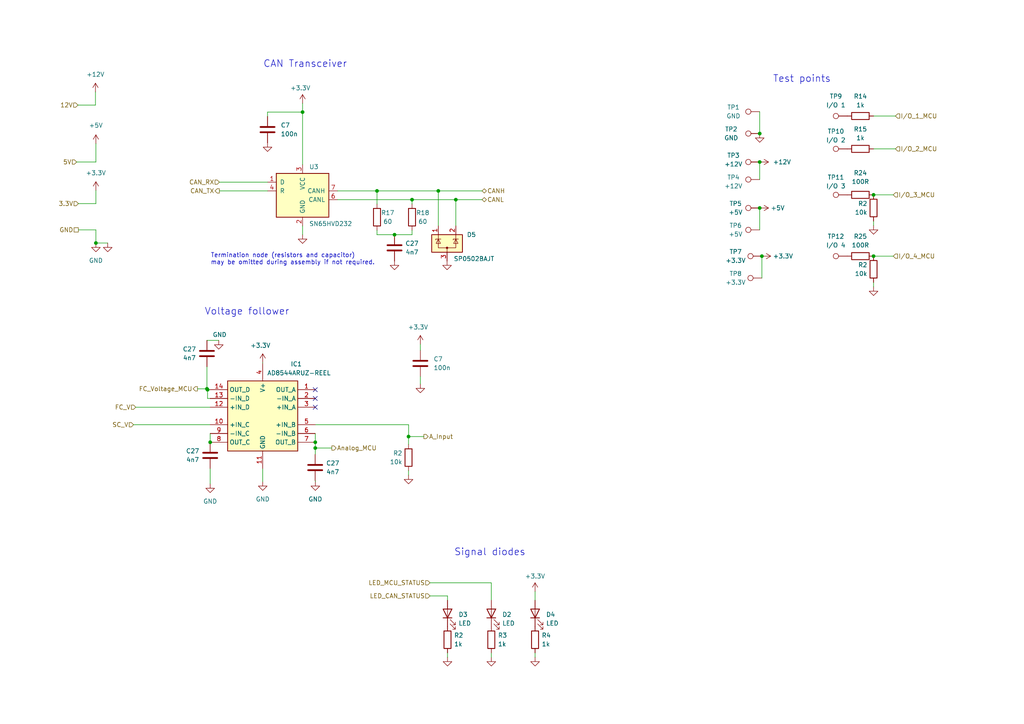
<source format=kicad_sch>
(kicad_sch (version 20230121) (generator eeschema)

  (uuid 9df92369-2505-4e62-b8bf-4ed31fcfe034)

  (paper "A4")

  (title_block
    (title "Fuel Cell Control Unit  (FCCU)")
    (date "2024-01-24")
    (company "Hydrogreen Pollub")
  )

  (lib_symbols
    (symbol "Connector:TestPoint" (pin_numbers hide) (pin_names (offset 0.762) hide) (in_bom yes) (on_board yes)
      (property "Reference" "TP" (at 0 6.858 0)
        (effects (font (size 1.27 1.27)))
      )
      (property "Value" "TestPoint" (at 0 5.08 0)
        (effects (font (size 1.27 1.27)))
      )
      (property "Footprint" "" (at 5.08 0 0)
        (effects (font (size 1.27 1.27)) hide)
      )
      (property "Datasheet" "~" (at 5.08 0 0)
        (effects (font (size 1.27 1.27)) hide)
      )
      (property "ki_keywords" "test point tp" (at 0 0 0)
        (effects (font (size 1.27 1.27)) hide)
      )
      (property "ki_description" "test point" (at 0 0 0)
        (effects (font (size 1.27 1.27)) hide)
      )
      (property "ki_fp_filters" "Pin* Test*" (at 0 0 0)
        (effects (font (size 1.27 1.27)) hide)
      )
      (symbol "TestPoint_0_1"
        (circle (center 0 3.302) (radius 0.762)
          (stroke (width 0) (type default))
          (fill (type none))
        )
      )
      (symbol "TestPoint_1_1"
        (pin passive line (at 0 0 90) (length 2.54)
          (name "1" (effects (font (size 1.27 1.27))))
          (number "1" (effects (font (size 1.27 1.27))))
        )
      )
    )
    (symbol "Device:C" (pin_numbers hide) (pin_names (offset 0.254)) (in_bom yes) (on_board yes)
      (property "Reference" "C" (at 0.635 2.54 0)
        (effects (font (size 1.27 1.27)) (justify left))
      )
      (property "Value" "C" (at 0.635 -2.54 0)
        (effects (font (size 1.27 1.27)) (justify left))
      )
      (property "Footprint" "" (at 0.9652 -3.81 0)
        (effects (font (size 1.27 1.27)) hide)
      )
      (property "Datasheet" "~" (at 0 0 0)
        (effects (font (size 1.27 1.27)) hide)
      )
      (property "ki_keywords" "cap capacitor" (at 0 0 0)
        (effects (font (size 1.27 1.27)) hide)
      )
      (property "ki_description" "Unpolarized capacitor" (at 0 0 0)
        (effects (font (size 1.27 1.27)) hide)
      )
      (property "ki_fp_filters" "C_*" (at 0 0 0)
        (effects (font (size 1.27 1.27)) hide)
      )
      (symbol "C_0_1"
        (polyline
          (pts
            (xy -2.032 -0.762)
            (xy 2.032 -0.762)
          )
          (stroke (width 0.508) (type default))
          (fill (type none))
        )
        (polyline
          (pts
            (xy -2.032 0.762)
            (xy 2.032 0.762)
          )
          (stroke (width 0.508) (type default))
          (fill (type none))
        )
      )
      (symbol "C_1_1"
        (pin passive line (at 0 3.81 270) (length 2.794)
          (name "~" (effects (font (size 1.27 1.27))))
          (number "1" (effects (font (size 1.27 1.27))))
        )
        (pin passive line (at 0 -3.81 90) (length 2.794)
          (name "~" (effects (font (size 1.27 1.27))))
          (number "2" (effects (font (size 1.27 1.27))))
        )
      )
    )
    (symbol "Device:LED" (pin_numbers hide) (pin_names (offset 1.016) hide) (in_bom yes) (on_board yes)
      (property "Reference" "D" (at 0 2.54 0)
        (effects (font (size 1.27 1.27)))
      )
      (property "Value" "LED" (at 0 -2.54 0)
        (effects (font (size 1.27 1.27)))
      )
      (property "Footprint" "" (at 0 0 0)
        (effects (font (size 1.27 1.27)) hide)
      )
      (property "Datasheet" "~" (at 0 0 0)
        (effects (font (size 1.27 1.27)) hide)
      )
      (property "ki_keywords" "LED diode" (at 0 0 0)
        (effects (font (size 1.27 1.27)) hide)
      )
      (property "ki_description" "Light emitting diode" (at 0 0 0)
        (effects (font (size 1.27 1.27)) hide)
      )
      (property "ki_fp_filters" "LED* LED_SMD:* LED_THT:*" (at 0 0 0)
        (effects (font (size 1.27 1.27)) hide)
      )
      (symbol "LED_0_1"
        (polyline
          (pts
            (xy -1.27 -1.27)
            (xy -1.27 1.27)
          )
          (stroke (width 0.254) (type default))
          (fill (type none))
        )
        (polyline
          (pts
            (xy -1.27 0)
            (xy 1.27 0)
          )
          (stroke (width 0) (type default))
          (fill (type none))
        )
        (polyline
          (pts
            (xy 1.27 -1.27)
            (xy 1.27 1.27)
            (xy -1.27 0)
            (xy 1.27 -1.27)
          )
          (stroke (width 0.254) (type default))
          (fill (type none))
        )
        (polyline
          (pts
            (xy -3.048 -0.762)
            (xy -4.572 -2.286)
            (xy -3.81 -2.286)
            (xy -4.572 -2.286)
            (xy -4.572 -1.524)
          )
          (stroke (width 0) (type default))
          (fill (type none))
        )
        (polyline
          (pts
            (xy -1.778 -0.762)
            (xy -3.302 -2.286)
            (xy -2.54 -2.286)
            (xy -3.302 -2.286)
            (xy -3.302 -1.524)
          )
          (stroke (width 0) (type default))
          (fill (type none))
        )
      )
      (symbol "LED_1_1"
        (pin passive line (at -3.81 0 0) (length 2.54)
          (name "K" (effects (font (size 1.27 1.27))))
          (number "1" (effects (font (size 1.27 1.27))))
        )
        (pin passive line (at 3.81 0 180) (length 2.54)
          (name "A" (effects (font (size 1.27 1.27))))
          (number "2" (effects (font (size 1.27 1.27))))
        )
      )
    )
    (symbol "Device:R" (pin_numbers hide) (pin_names (offset 0)) (in_bom yes) (on_board yes)
      (property "Reference" "R" (at 2.032 0 90)
        (effects (font (size 1.27 1.27)))
      )
      (property "Value" "R" (at 0 0 90)
        (effects (font (size 1.27 1.27)))
      )
      (property "Footprint" "" (at -1.778 0 90)
        (effects (font (size 1.27 1.27)) hide)
      )
      (property "Datasheet" "~" (at 0 0 0)
        (effects (font (size 1.27 1.27)) hide)
      )
      (property "ki_keywords" "R res resistor" (at 0 0 0)
        (effects (font (size 1.27 1.27)) hide)
      )
      (property "ki_description" "Resistor" (at 0 0 0)
        (effects (font (size 1.27 1.27)) hide)
      )
      (property "ki_fp_filters" "R_*" (at 0 0 0)
        (effects (font (size 1.27 1.27)) hide)
      )
      (symbol "R_0_1"
        (rectangle (start -1.016 -2.54) (end 1.016 2.54)
          (stroke (width 0.254) (type default))
          (fill (type none))
        )
      )
      (symbol "R_1_1"
        (pin passive line (at 0 3.81 270) (length 1.27)
          (name "~" (effects (font (size 1.27 1.27))))
          (number "1" (effects (font (size 1.27 1.27))))
        )
        (pin passive line (at 0 -3.81 90) (length 1.27)
          (name "~" (effects (font (size 1.27 1.27))))
          (number "2" (effects (font (size 1.27 1.27))))
        )
      )
    )
    (symbol "Interface_CAN_LIN:SN65HVD232" (pin_names (offset 1.016)) (in_bom yes) (on_board yes)
      (property "Reference" "U" (at -2.54 10.16 0)
        (effects (font (size 1.27 1.27)) (justify right))
      )
      (property "Value" "SN65HVD232" (at -2.54 7.62 0)
        (effects (font (size 1.27 1.27)) (justify right))
      )
      (property "Footprint" "Package_SO:SOIC-8_3.9x4.9mm_P1.27mm" (at 0 -12.7 0)
        (effects (font (size 1.27 1.27)) hide)
      )
      (property "Datasheet" "http://www.ti.com/lit/ds/symlink/sn65hvd230.pdf" (at -2.54 10.16 0)
        (effects (font (size 1.27 1.27)) hide)
      )
      (property "ki_keywords" "can transeiver ti" (at 0 0 0)
        (effects (font (size 1.27 1.27)) hide)
      )
      (property "ki_description" "CAN Bus Transceivers, 3.3V, 1Mbps, SOIC-8" (at 0 0 0)
        (effects (font (size 1.27 1.27)) hide)
      )
      (property "ki_fp_filters" "SOIC*3.9x4.9mm*P1.27mm*" (at 0 0 0)
        (effects (font (size 1.27 1.27)) hide)
      )
      (symbol "SN65HVD232_0_1"
        (rectangle (start -7.62 5.08) (end 7.62 -7.62)
          (stroke (width 0.254) (type default))
          (fill (type background))
        )
      )
      (symbol "SN65HVD232_1_1"
        (pin input line (at -10.16 2.54 0) (length 2.54)
          (name "D" (effects (font (size 1.27 1.27))))
          (number "1" (effects (font (size 1.27 1.27))))
        )
        (pin power_in line (at 0 -10.16 90) (length 2.54)
          (name "GND" (effects (font (size 1.27 1.27))))
          (number "2" (effects (font (size 1.27 1.27))))
        )
        (pin power_in line (at 0 7.62 270) (length 2.54)
          (name "VCC" (effects (font (size 1.27 1.27))))
          (number "3" (effects (font (size 1.27 1.27))))
        )
        (pin output line (at -10.16 0 0) (length 2.54)
          (name "R" (effects (font (size 1.27 1.27))))
          (number "4" (effects (font (size 1.27 1.27))))
        )
        (pin no_connect line (at -7.62 -2.54 0) (length 2.54) hide
          (name "NC" (effects (font (size 1.27 1.27))))
          (number "5" (effects (font (size 1.27 1.27))))
        )
        (pin bidirectional line (at 10.16 -2.54 180) (length 2.54)
          (name "CANL" (effects (font (size 1.27 1.27))))
          (number "6" (effects (font (size 1.27 1.27))))
        )
        (pin bidirectional line (at 10.16 0 180) (length 2.54)
          (name "CANH" (effects (font (size 1.27 1.27))))
          (number "7" (effects (font (size 1.27 1.27))))
        )
        (pin no_connect line (at -7.62 -5.08 0) (length 2.54) hide
          (name "NC" (effects (font (size 1.27 1.27))))
          (number "8" (effects (font (size 1.27 1.27))))
        )
      )
    )
    (symbol "Power_Protection:SP0502BAJT" (pin_names hide) (in_bom yes) (on_board yes)
      (property "Reference" "D" (at 5.715 2.54 0)
        (effects (font (size 1.27 1.27)) (justify left))
      )
      (property "Value" "SP0502BAJT" (at 5.715 0.635 0)
        (effects (font (size 1.27 1.27)) (justify left))
      )
      (property "Footprint" "Package_TO_SOT_SMD:SOT-323_SC-70" (at 5.715 -1.27 0)
        (effects (font (size 1.27 1.27)) (justify left) hide)
      )
      (property "Datasheet" "http://www.littelfuse.com/~/media/files/littelfuse/technical%20resources/documents/data%20sheets/sp05xxba.pdf" (at 3.175 3.175 0)
        (effects (font (size 1.27 1.27)) hide)
      )
      (property "ki_keywords" "usb esd protection suppression transient" (at 0 0 0)
        (effects (font (size 1.27 1.27)) hide)
      )
      (property "ki_description" "TVS Diode Array, 5.5V Standoff, 2 Channels, SC-70 package" (at 0 0 0)
        (effects (font (size 1.27 1.27)) hide)
      )
      (property "ki_fp_filters" "SOT?323*" (at 0 0 0)
        (effects (font (size 1.27 1.27)) hide)
      )
      (symbol "SP0502BAJT_0_0"
        (pin passive line (at 0 -5.08 90) (length 2.54)
          (name "A" (effects (font (size 1.27 1.27))))
          (number "3" (effects (font (size 1.27 1.27))))
        )
      )
      (symbol "SP0502BAJT_0_1"
        (rectangle (start -4.445 2.54) (end 4.445 -2.54)
          (stroke (width 0.254) (type default))
          (fill (type background))
        )
        (circle (center 0 -1.27) (radius 0.254)
          (stroke (width 0) (type default))
          (fill (type outline))
        )
        (polyline
          (pts
            (xy -2.54 2.54)
            (xy -2.54 1.27)
          )
          (stroke (width 0) (type default))
          (fill (type none))
        )
        (polyline
          (pts
            (xy 0 -1.27)
            (xy 0 -2.54)
          )
          (stroke (width 0) (type default))
          (fill (type none))
        )
        (polyline
          (pts
            (xy 2.54 2.54)
            (xy 2.54 1.27)
          )
          (stroke (width 0) (type default))
          (fill (type none))
        )
        (polyline
          (pts
            (xy -3.302 1.016)
            (xy -3.302 1.27)
            (xy -1.905 1.27)
            (xy -1.778 1.27)
          )
          (stroke (width 0) (type default))
          (fill (type none))
        )
        (polyline
          (pts
            (xy -2.54 1.27)
            (xy -2.54 -1.27)
            (xy 2.54 -1.27)
            (xy 2.54 1.27)
          )
          (stroke (width 0) (type default))
          (fill (type none))
        )
        (polyline
          (pts
            (xy -2.54 1.27)
            (xy -1.905 0)
            (xy -3.175 0)
            (xy -2.54 1.27)
          )
          (stroke (width 0) (type default))
          (fill (type none))
        )
        (polyline
          (pts
            (xy 1.778 1.016)
            (xy 1.778 1.27)
            (xy 3.175 1.27)
            (xy 3.302 1.27)
          )
          (stroke (width 0) (type default))
          (fill (type none))
        )
        (polyline
          (pts
            (xy 2.54 1.27)
            (xy 1.905 0)
            (xy 3.175 0)
            (xy 2.54 1.27)
          )
          (stroke (width 0) (type default))
          (fill (type none))
        )
      )
      (symbol "SP0502BAJT_1_1"
        (pin passive line (at -2.54 5.08 270) (length 2.54)
          (name "K" (effects (font (size 1.27 1.27))))
          (number "1" (effects (font (size 1.27 1.27))))
        )
        (pin passive line (at 2.54 5.08 270) (length 2.54)
          (name "K" (effects (font (size 1.27 1.27))))
          (number "2" (effects (font (size 1.27 1.27))))
        )
      )
    )
    (symbol "ad8544:AD8544ARUZ-REEL" (in_bom yes) (on_board yes)
      (property "Reference" "IC1" (at 2.54 7.62 0)
        (effects (font (size 1.27 1.27)))
      )
      (property "Value" "AD8544ARUZ-REEL" (at 2.54 5.08 0)
        (effects (font (size 1.27 1.27)))
      )
      (property "Footprint" "library:SOP65P640X120-14N" (at 26.67 -94.92 0)
        (effects (font (size 1.27 1.27)) (justify left top) hide)
      )
      (property "Datasheet" "https://www.analog.com/media/en/technical-documentation/data-sheets/ad8541_8542_8544.pdf" (at 26.67 -194.92 0)
        (effects (font (size 1.27 1.27)) (justify left top) hide)
      )
      (property "Height" "1.2" (at 26.67 -394.92 0)
        (effects (font (size 1.27 1.27)) (justify left top) hide)
      )
      (property "Mouser Part Number" "584-AD8544ARUZ-R" (at 26.67 -494.92 0)
        (effects (font (size 1.27 1.27)) (justify left top) hide)
      )
      (property "Mouser Price/Stock" "https://www.mouser.co.uk/ProductDetail/Analog-Devices/AD8544ARUZ-REEL?qs=%2FtpEQrCGXCzshxYletFRHw%3D%3D" (at 26.67 -594.92 0)
        (effects (font (size 1.27 1.27)) (justify left top) hide)
      )
      (property "Manufacturer_Name" "Analog Devices" (at 26.67 -694.92 0)
        (effects (font (size 1.27 1.27)) (justify left top) hide)
      )
      (property "Manufacturer_Part_Number" "AD8544ARUZ-REEL" (at 26.67 -794.92 0)
        (effects (font (size 1.27 1.27)) (justify left top) hide)
      )
      (property "ki_description" "Analog Devices AD8544ARUZ-REEL, Quad CMOS Op Amp, 0.98MHz Rail-Rail, 2.7  5.5 V, 14-Pin TSSOP" (at 0 0 0)
        (effects (font (size 1.27 1.27)) hide)
      )
      (symbol "AD8544ARUZ-REEL_1_1"
        (rectangle (start 5.08 2.54) (end 25.4 -17.78)
          (stroke (width 0.254) (type default))
          (fill (type background))
        )
        (pin passive line (at 0 0 0) (length 5.08)
          (name "OUT_A" (effects (font (size 1.27 1.27))))
          (number "1" (effects (font (size 1.27 1.27))))
        )
        (pin passive line (at 30.48 -10.16 180) (length 5.08)
          (name "+IN_C" (effects (font (size 1.27 1.27))))
          (number "10" (effects (font (size 1.27 1.27))))
        )
        (pin passive line (at 15.24 -22.86 90) (length 5.08)
          (name "GND" (effects (font (size 1.27 1.27))))
          (number "11" (effects (font (size 1.27 1.27))))
        )
        (pin passive line (at 30.48 -5.08 180) (length 5.08)
          (name "+IN_D" (effects (font (size 1.27 1.27))))
          (number "12" (effects (font (size 1.27 1.27))))
        )
        (pin passive line (at 30.48 -2.54 180) (length 5.08)
          (name "-IN_D" (effects (font (size 1.27 1.27))))
          (number "13" (effects (font (size 1.27 1.27))))
        )
        (pin passive line (at 30.48 0 180) (length 5.08)
          (name "OUT_D" (effects (font (size 1.27 1.27))))
          (number "14" (effects (font (size 1.27 1.27))))
        )
        (pin passive line (at 0 -2.54 0) (length 5.08)
          (name "-IN_A" (effects (font (size 1.27 1.27))))
          (number "2" (effects (font (size 1.27 1.27))))
        )
        (pin passive line (at 0 -5.08 0) (length 5.08)
          (name "+IN_A" (effects (font (size 1.27 1.27))))
          (number "3" (effects (font (size 1.27 1.27))))
        )
        (pin passive line (at 15.24 7.62 270) (length 5.08)
          (name "V+" (effects (font (size 1.27 1.27))))
          (number "4" (effects (font (size 1.27 1.27))))
        )
        (pin passive line (at 0 -10.16 0) (length 5.08)
          (name "+IN_B" (effects (font (size 1.27 1.27))))
          (number "5" (effects (font (size 1.27 1.27))))
        )
        (pin passive line (at 0 -12.7 0) (length 5.08)
          (name "-IN_B" (effects (font (size 1.27 1.27))))
          (number "6" (effects (font (size 1.27 1.27))))
        )
        (pin passive line (at 0 -15.24 0) (length 5.08)
          (name "OUT_B" (effects (font (size 1.27 1.27))))
          (number "7" (effects (font (size 1.27 1.27))))
        )
        (pin passive line (at 30.48 -15.24 180) (length 5.08)
          (name "OUT_C" (effects (font (size 1.27 1.27))))
          (number "8" (effects (font (size 1.27 1.27))))
        )
        (pin passive line (at 30.48 -12.7 180) (length 5.08)
          (name "-IN_C" (effects (font (size 1.27 1.27))))
          (number "9" (effects (font (size 1.27 1.27))))
        )
      )
    )
    (symbol "power:+12V" (power) (pin_names (offset 0)) (in_bom yes) (on_board yes)
      (property "Reference" "#PWR" (at 0 -3.81 0)
        (effects (font (size 1.27 1.27)) hide)
      )
      (property "Value" "+12V" (at 0 3.556 0)
        (effects (font (size 1.27 1.27)))
      )
      (property "Footprint" "" (at 0 0 0)
        (effects (font (size 1.27 1.27)) hide)
      )
      (property "Datasheet" "" (at 0 0 0)
        (effects (font (size 1.27 1.27)) hide)
      )
      (property "ki_keywords" "global power" (at 0 0 0)
        (effects (font (size 1.27 1.27)) hide)
      )
      (property "ki_description" "Power symbol creates a global label with name \"+12V\"" (at 0 0 0)
        (effects (font (size 1.27 1.27)) hide)
      )
      (symbol "+12V_0_1"
        (polyline
          (pts
            (xy -0.762 1.27)
            (xy 0 2.54)
          )
          (stroke (width 0) (type default))
          (fill (type none))
        )
        (polyline
          (pts
            (xy 0 0)
            (xy 0 2.54)
          )
          (stroke (width 0) (type default))
          (fill (type none))
        )
        (polyline
          (pts
            (xy 0 2.54)
            (xy 0.762 1.27)
          )
          (stroke (width 0) (type default))
          (fill (type none))
        )
      )
      (symbol "+12V_1_1"
        (pin power_in line (at 0 0 90) (length 0) hide
          (name "+12V" (effects (font (size 1.27 1.27))))
          (number "1" (effects (font (size 1.27 1.27))))
        )
      )
    )
    (symbol "power:+3.3V" (power) (pin_names (offset 0)) (in_bom yes) (on_board yes)
      (property "Reference" "#PWR" (at 0 -3.81 0)
        (effects (font (size 1.27 1.27)) hide)
      )
      (property "Value" "+3.3V" (at 0 3.556 0)
        (effects (font (size 1.27 1.27)))
      )
      (property "Footprint" "" (at 0 0 0)
        (effects (font (size 1.27 1.27)) hide)
      )
      (property "Datasheet" "" (at 0 0 0)
        (effects (font (size 1.27 1.27)) hide)
      )
      (property "ki_keywords" "global power" (at 0 0 0)
        (effects (font (size 1.27 1.27)) hide)
      )
      (property "ki_description" "Power symbol creates a global label with name \"+3.3V\"" (at 0 0 0)
        (effects (font (size 1.27 1.27)) hide)
      )
      (symbol "+3.3V_0_1"
        (polyline
          (pts
            (xy -0.762 1.27)
            (xy 0 2.54)
          )
          (stroke (width 0) (type default))
          (fill (type none))
        )
        (polyline
          (pts
            (xy 0 0)
            (xy 0 2.54)
          )
          (stroke (width 0) (type default))
          (fill (type none))
        )
        (polyline
          (pts
            (xy 0 2.54)
            (xy 0.762 1.27)
          )
          (stroke (width 0) (type default))
          (fill (type none))
        )
      )
      (symbol "+3.3V_1_1"
        (pin power_in line (at 0 0 90) (length 0) hide
          (name "+3.3V" (effects (font (size 1.27 1.27))))
          (number "1" (effects (font (size 1.27 1.27))))
        )
      )
    )
    (symbol "power:+5V" (power) (pin_names (offset 0)) (in_bom yes) (on_board yes)
      (property "Reference" "#PWR" (at 0 -3.81 0)
        (effects (font (size 1.27 1.27)) hide)
      )
      (property "Value" "+5V" (at 0 3.556 0)
        (effects (font (size 1.27 1.27)))
      )
      (property "Footprint" "" (at 0 0 0)
        (effects (font (size 1.27 1.27)) hide)
      )
      (property "Datasheet" "" (at 0 0 0)
        (effects (font (size 1.27 1.27)) hide)
      )
      (property "ki_keywords" "global power" (at 0 0 0)
        (effects (font (size 1.27 1.27)) hide)
      )
      (property "ki_description" "Power symbol creates a global label with name \"+5V\"" (at 0 0 0)
        (effects (font (size 1.27 1.27)) hide)
      )
      (symbol "+5V_0_1"
        (polyline
          (pts
            (xy -0.762 1.27)
            (xy 0 2.54)
          )
          (stroke (width 0) (type default))
          (fill (type none))
        )
        (polyline
          (pts
            (xy 0 0)
            (xy 0 2.54)
          )
          (stroke (width 0) (type default))
          (fill (type none))
        )
        (polyline
          (pts
            (xy 0 2.54)
            (xy 0.762 1.27)
          )
          (stroke (width 0) (type default))
          (fill (type none))
        )
      )
      (symbol "+5V_1_1"
        (pin power_in line (at 0 0 90) (length 0) hide
          (name "+5V" (effects (font (size 1.27 1.27))))
          (number "1" (effects (font (size 1.27 1.27))))
        )
      )
    )
    (symbol "power:GND" (power) (pin_names (offset 0)) (in_bom yes) (on_board yes)
      (property "Reference" "#PWR" (at 0 -6.35 0)
        (effects (font (size 1.27 1.27)) hide)
      )
      (property "Value" "GND" (at 0 -3.81 0)
        (effects (font (size 1.27 1.27)))
      )
      (property "Footprint" "" (at 0 0 0)
        (effects (font (size 1.27 1.27)) hide)
      )
      (property "Datasheet" "" (at 0 0 0)
        (effects (font (size 1.27 1.27)) hide)
      )
      (property "ki_keywords" "global power" (at 0 0 0)
        (effects (font (size 1.27 1.27)) hide)
      )
      (property "ki_description" "Power symbol creates a global label with name \"GND\" , ground" (at 0 0 0)
        (effects (font (size 1.27 1.27)) hide)
      )
      (symbol "GND_0_1"
        (polyline
          (pts
            (xy 0 0)
            (xy 0 -1.27)
            (xy 1.27 -1.27)
            (xy 0 -2.54)
            (xy -1.27 -1.27)
            (xy 0 -1.27)
          )
          (stroke (width 0) (type default))
          (fill (type none))
        )
      )
      (symbol "GND_1_1"
        (pin power_in line (at 0 0 270) (length 0) hide
          (name "GND" (effects (font (size 1.27 1.27))))
          (number "1" (effects (font (size 1.27 1.27))))
        )
      )
    )
  )

  (junction (at 60.0202 112.776) (diameter 0) (color 0 0 0 0)
    (uuid 18be9b44-06b9-41ae-b3b2-8b08570b5c01)
  )
  (junction (at 119.507 57.912) (diameter 0) (color 0 0 0 0)
    (uuid 22c2e224-780d-4df2-8444-fd74a19a07b4)
  )
  (junction (at 109.347 55.372) (diameter 0) (color 0 0 0 0)
    (uuid 27e4f171-7221-4bcc-b5ff-92443f981121)
  )
  (junction (at 114.427 68.072) (diameter 0) (color 0 0 0 0)
    (uuid 436b6db8-0f31-4289-bf11-2db2934a3136)
  )
  (junction (at 220.345 38.735) (diameter 0) (color 0 0 0 0)
    (uuid 47d08659-23f1-423f-b1f2-854f7ae457e7)
  )
  (junction (at 91.44 128.27) (diameter 0) (color 0 0 0 0)
    (uuid 4bc0ff4c-acb9-4158-921c-3f8c3e03dd09)
  )
  (junction (at 220.345 60.325) (diameter 0) (color 0 0 0 0)
    (uuid 65bbc929-8eed-4b74-ab0c-de09904a5165)
  )
  (junction (at 220.345 46.99) (diameter 0) (color 0 0 0 0)
    (uuid 6fa39fa3-e87b-44eb-ac51-1d4fc0f864ba)
  )
  (junction (at 60.198 113.03) (diameter 0) (color 0 0 0 0)
    (uuid 7ddd939e-452b-4df4-899a-0f0a35ac7fd7)
  )
  (junction (at 253.365 74.295) (diameter 0) (color 0 0 0 0)
    (uuid 8d28c92a-815e-46b4-b7ec-a01e896f761e)
  )
  (junction (at 253.365 56.515) (diameter 0) (color 0 0 0 0)
    (uuid 8f89ce44-e965-4cea-84f9-59bb3e1b2989)
  )
  (junction (at 132.207 57.912) (diameter 0) (color 0 0 0 0)
    (uuid 906094f0-4002-4624-93da-33002df724df)
  )
  (junction (at 60.96 128.27) (diameter 0) (color 0 0 0 0)
    (uuid aa1f8e29-f7de-47e9-8869-f8e6cbfe1b67)
  )
  (junction (at 118.491 126.619) (diameter 0) (color 0 0 0 0)
    (uuid b71d0927-ef79-4cea-8358-d37da85aed95)
  )
  (junction (at 87.757 32.512) (diameter 0) (color 0 0 0 0)
    (uuid b74f5fe7-1a79-4a91-b2b8-9fc633e2c114)
  )
  (junction (at 27.813 70.485) (diameter 0) (color 0 0 0 0)
    (uuid e11ce764-097b-4ac7-bbb9-fb67348ee05a)
  )
  (junction (at 220.98 74.295) (diameter 0) (color 0 0 0 0)
    (uuid eddc6567-0134-4f32-aec7-138581bfdf24)
  )
  (junction (at 91.44 129.9464) (diameter 0) (color 0 0 0 0)
    (uuid ef9106b3-0d30-4259-9459-9b8861cdeb70)
  )
  (junction (at 127.127 55.372) (diameter 0) (color 0 0 0 0)
    (uuid f9091475-13fd-4b0e-bd68-643e1080e06d)
  )

  (no_connect (at 91.44 118.11) (uuid 1d44bb0b-34b0-42cb-89c3-41f7523a8783))
  (no_connect (at 91.44 115.57) (uuid 2e8248f1-937b-4a0a-81ba-b283d56aaeb1))
  (no_connect (at 91.44 113.03) (uuid 59f121f6-8d9e-41ff-92b5-314c982879c3))

  (wire (pts (xy 142.494 169.037) (xy 142.494 174.117))
    (stroke (width 0) (type default))
    (uuid 011d184c-321e-4c66-a589-2b008794aa99)
  )
  (wire (pts (xy 109.347 68.072) (xy 109.347 66.802))
    (stroke (width 0) (type default))
    (uuid 013335cf-b106-4bd9-90ac-bc19c2c0ee28)
  )
  (wire (pts (xy 124.714 169.037) (xy 142.494 169.037))
    (stroke (width 0) (type default))
    (uuid 06939583-f930-4688-a1ee-417c99e57a90)
  )
  (wire (pts (xy 87.757 29.972) (xy 87.757 32.512))
    (stroke (width 0) (type default))
    (uuid 11890245-f85e-4e63-9151-c44a31cc7e08)
  )
  (wire (pts (xy 22.606 30.48) (xy 27.686 30.48))
    (stroke (width 0) (type default))
    (uuid 122d7c46-aa4c-4670-808d-10f5fa249eb7)
  )
  (wire (pts (xy 60.0202 106.3498) (xy 60.0202 112.776))
    (stroke (width 0) (type default))
    (uuid 1775eaf2-5157-4bde-bc06-a3e5c0614013)
  )
  (wire (pts (xy 27.813 41.656) (xy 27.813 46.99))
    (stroke (width 0) (type default))
    (uuid 1bfb2f0d-a18f-4125-8951-579b63a3cca6)
  )
  (wire (pts (xy 109.347 55.372) (xy 109.347 59.182))
    (stroke (width 0) (type default))
    (uuid 30aed34d-12f9-493a-b421-2e2be4c68c59)
  )
  (wire (pts (xy 60.198 113.03) (xy 60.96 113.03))
    (stroke (width 0) (type default))
    (uuid 37095816-168b-4ada-8a2b-3fbcaac00e87)
  )
  (wire (pts (xy 121.92 99.8474) (xy 121.92 101.6))
    (stroke (width 0) (type default))
    (uuid 3b777a2d-dab8-4134-9c92-e43b44cda96b)
  )
  (wire (pts (xy 142.494 189.357) (xy 142.494 190.627))
    (stroke (width 0) (type default))
    (uuid 3f413756-99a0-464f-8726-29df8749d46a)
  )
  (wire (pts (xy 119.507 57.912) (xy 119.507 59.182))
    (stroke (width 0) (type default))
    (uuid 40448433-5558-4587-8105-ad5dafc235fa)
  )
  (wire (pts (xy 132.207 57.912) (xy 139.827 57.912))
    (stroke (width 0) (type default))
    (uuid 41e1d44e-4d11-4514-9a7a-9b66bf4f8d32)
  )
  (wire (pts (xy 22.733 66.675) (xy 27.813 66.675))
    (stroke (width 0) (type default))
    (uuid 4243409d-a00a-4493-b416-cbe717dc940a)
  )
  (wire (pts (xy 109.347 55.372) (xy 127.127 55.372))
    (stroke (width 0) (type default))
    (uuid 465a1869-d187-40d7-8483-a511f0a413f0)
  )
  (wire (pts (xy 91.4654 139.4206) (xy 91.4146 139.4206))
    (stroke (width 0) (type default))
    (uuid 494f4acc-2595-4662-b0e5-9abf54a44d25)
  )
  (wire (pts (xy 63.4492 98.7298) (xy 60.0202 98.7298))
    (stroke (width 0) (type default))
    (uuid 4b726eb2-da40-48cb-9335-a944b7a1e47d)
  )
  (wire (pts (xy 60.198 115.57) (xy 60.198 113.03))
    (stroke (width 0) (type default))
    (uuid 4bc518b5-99a8-4e6e-99f6-687b4403b6a7)
  )
  (wire (pts (xy 91.4654 139.7) (xy 91.4654 139.4206))
    (stroke (width 0) (type default))
    (uuid 4e7f2829-8926-44e0-bb19-6349a81c6792)
  )
  (wire (pts (xy 118.491 136.525) (xy 118.491 137.795))
    (stroke (width 0) (type default))
    (uuid 57c173bc-8ee5-4492-ab4b-a0a479caeb26)
  )
  (wire (pts (xy 127.127 55.372) (xy 139.827 55.372))
    (stroke (width 0) (type default))
    (uuid 59b72b72-d346-4368-90cf-3c5834764867)
  )
  (wire (pts (xy 259.715 43.18) (xy 253.365 43.18))
    (stroke (width 0) (type default))
    (uuid 5af7d001-f009-479d-abb3-ac464277ceca)
  )
  (wire (pts (xy 76.2 135.89) (xy 76.2 139.7))
    (stroke (width 0) (type default))
    (uuid 5dc9b832-72b0-4e43-993c-56c0d28e6be3)
  )
  (wire (pts (xy 114.427 68.072) (xy 119.507 68.072))
    (stroke (width 0) (type default))
    (uuid 5e1b3c5d-8a79-4420-a23c-edc7d872f3a6)
  )
  (wire (pts (xy 63.627 55.372) (xy 77.597 55.372))
    (stroke (width 0) (type default))
    (uuid 5f6c02f9-0f2a-49b8-8b21-7403c965542c)
  )
  (wire (pts (xy 124.714 172.847) (xy 129.794 172.847))
    (stroke (width 0) (type default))
    (uuid 60be4ea2-ae0c-4590-9634-0f287948ea4c)
  )
  (wire (pts (xy 118.491 126.492) (xy 118.491 126.619))
    (stroke (width 0) (type default))
    (uuid 642f110b-4021-4f57-9d94-3724d3ccdc30)
  )
  (wire (pts (xy 22.733 59.055) (xy 27.813 59.055))
    (stroke (width 0) (type default))
    (uuid 651318bb-1f07-4eb8-b940-7bfe22e8d869)
  )
  (wire (pts (xy 97.917 57.912) (xy 119.507 57.912))
    (stroke (width 0) (type default))
    (uuid 710756b9-9fc2-4acb-bbd9-3afe7f76ca9b)
  )
  (wire (pts (xy 220.345 60.325) (xy 220.345 66.675))
    (stroke (width 0) (type default))
    (uuid 74f83647-044c-4c8f-95ac-722f07f74c52)
  )
  (wire (pts (xy 91.44 129.9464) (xy 91.44 128.27))
    (stroke (width 0) (type default))
    (uuid 75f67ded-b2ab-4361-a6d3-698c39be109e)
  )
  (wire (pts (xy 97.917 55.372) (xy 109.347 55.372))
    (stroke (width 0) (type default))
    (uuid 76f5e706-8d3a-4bd6-b6c7-86b63d33c86a)
  )
  (wire (pts (xy 220.345 46.99) (xy 220.345 52.07))
    (stroke (width 0) (type default))
    (uuid 77c826e9-28cf-4cd1-bb47-a29812fa975e)
  )
  (wire (pts (xy 155.194 189.357) (xy 155.194 190.627))
    (stroke (width 0) (type default))
    (uuid 7cd8a1c0-a6dd-478c-aa0c-524812f5318f)
  )
  (wire (pts (xy 121.92 109.22) (xy 121.92 111.379))
    (stroke (width 0) (type default))
    (uuid 7feb7d34-ff8c-4b91-ad83-65f6430d5da2)
  )
  (wire (pts (xy 60.0202 112.776) (xy 60.198 112.776))
    (stroke (width 0) (type default))
    (uuid 82952dfe-bb06-4fce-9997-091a9044989a)
  )
  (wire (pts (xy 76.2 105.41) (xy 76.2 105.156))
    (stroke (width 0) (type default))
    (uuid 8297250c-3026-41e3-89d0-18db5078726d)
  )
  (wire (pts (xy 60.96 140.335) (xy 60.96 135.89))
    (stroke (width 0) (type default))
    (uuid 83ddc689-7da4-4434-8871-c70a3cb6654d)
  )
  (wire (pts (xy 87.757 65.532) (xy 87.757 68.072))
    (stroke (width 0) (type default))
    (uuid 896cd4ca-e670-463c-ba5d-8c638077be33)
  )
  (wire (pts (xy 91.44 131.8006) (xy 91.4146 131.8006))
    (stroke (width 0) (type default))
    (uuid 8a215455-2fa4-4287-90bf-bb66d520cffe)
  )
  (wire (pts (xy 129.794 189.357) (xy 129.794 190.627))
    (stroke (width 0) (type default))
    (uuid 8cb63bce-c393-4ebb-b462-0e6bb56b1199)
  )
  (wire (pts (xy 129.794 172.847) (xy 129.794 174.117))
    (stroke (width 0) (type default))
    (uuid 8dde6a59-741f-477e-a905-69d6d8478d6d)
  )
  (wire (pts (xy 119.507 68.072) (xy 119.507 66.802))
    (stroke (width 0) (type default))
    (uuid 9238699a-e4bd-499d-8479-180ee5d8cc9e)
  )
  (wire (pts (xy 57.277 112.776) (xy 60.0202 112.776))
    (stroke (width 0) (type default))
    (uuid 93d0f92b-3aea-4930-91bc-c4e58de7215d)
  )
  (wire (pts (xy 220.98 74.295) (xy 220.98 80.645))
    (stroke (width 0) (type default))
    (uuid 9c03ad29-d840-4067-a350-91704b620793)
  )
  (wire (pts (xy 27.813 66.675) (xy 27.813 70.485))
    (stroke (width 0) (type default))
    (uuid 9c7d4474-2564-4f15-8390-9ce79371ac14)
  )
  (wire (pts (xy 27.813 70.485) (xy 31.242 70.485))
    (stroke (width 0) (type default))
    (uuid 9c934609-7372-4d7c-be2b-01e4446ce80e)
  )
  (wire (pts (xy 38.735 123.19) (xy 60.96 123.19))
    (stroke (width 0) (type default))
    (uuid a58b52de-c93b-4239-baa6-a90f9757270f)
  )
  (wire (pts (xy 27.686 26.67) (xy 27.686 30.48))
    (stroke (width 0) (type default))
    (uuid aa07826a-6fb8-4614-95e1-afed9b4ebf50)
  )
  (wire (pts (xy 60.198 113.03) (xy 60.198 112.776))
    (stroke (width 0) (type default))
    (uuid ad2d7707-9346-4bad-a680-86fa20e90d36)
  )
  (wire (pts (xy 118.5164 123.19) (xy 118.5164 126.492))
    (stroke (width 0) (type default))
    (uuid ada0cb04-eae4-4b38-8c42-136fc2261ef6)
  )
  (wire (pts (xy 259.08 74.295) (xy 253.365 74.295))
    (stroke (width 0) (type default))
    (uuid ae2d6e2d-b393-4c12-888f-5adc71dff378)
  )
  (wire (pts (xy 27.813 59.055) (xy 27.813 55.245))
    (stroke (width 0) (type default))
    (uuid b05e83ae-36d0-429d-ad1e-c852abb5a31f)
  )
  (wire (pts (xy 132.207 57.912) (xy 132.207 65.532))
    (stroke (width 0) (type default))
    (uuid c11cd435-7c58-427e-a05e-1ae20df6a766)
  )
  (wire (pts (xy 220.345 32.385) (xy 220.345 38.735))
    (stroke (width 0) (type default))
    (uuid c298a99d-de82-4a6e-87e2-97305ad18405)
  )
  (wire (pts (xy 91.44 131.8006) (xy 91.44 129.9464))
    (stroke (width 0) (type default))
    (uuid c932c728-babf-4b38-b73b-8e0c88211e8e)
  )
  (wire (pts (xy 87.757 32.512) (xy 87.757 47.752))
    (stroke (width 0) (type default))
    (uuid cc622379-cbac-4b43-9eef-6819a5b99ff7)
  )
  (wire (pts (xy 253.365 64.135) (xy 253.365 65.405))
    (stroke (width 0) (type default))
    (uuid d29b6400-a97d-447f-90b8-5c7c2ac4dfff)
  )
  (wire (pts (xy 109.347 68.072) (xy 114.427 68.072))
    (stroke (width 0) (type default))
    (uuid d4b89d07-1262-42c7-9817-5c3597b13a40)
  )
  (wire (pts (xy 27.813 46.99) (xy 22.225 46.99))
    (stroke (width 0) (type default))
    (uuid d6a0779d-082f-46c6-ac98-9c9070745e3e)
  )
  (wire (pts (xy 259.08 56.515) (xy 253.365 56.515))
    (stroke (width 0) (type default))
    (uuid d6ea4893-8471-4164-ba74-2d9d1692281b)
  )
  (wire (pts (xy 60.96 115.57) (xy 60.198 115.57))
    (stroke (width 0) (type default))
    (uuid d8a89c73-feff-47f3-8c51-09ba643aa610)
  )
  (wire (pts (xy 91.44 125.73) (xy 91.44 128.27))
    (stroke (width 0) (type default))
    (uuid d95e33f8-9115-4908-b82c-1dee105fdfd0)
  )
  (wire (pts (xy 91.44 129.9464) (xy 96.2406 129.9464))
    (stroke (width 0) (type default))
    (uuid ded94451-02fe-4b06-a1f9-37a985203c84)
  )
  (wire (pts (xy 63.627 52.832) (xy 77.597 52.832))
    (stroke (width 0) (type default))
    (uuid e00e9351-d40c-47db-823e-243a01160d0e)
  )
  (wire (pts (xy 127.127 55.372) (xy 127.127 65.532))
    (stroke (width 0) (type default))
    (uuid e0e196f0-1d97-4059-a356-2e28ed19f1f4)
  )
  (wire (pts (xy 39.37 118.11) (xy 60.96 118.11))
    (stroke (width 0) (type default))
    (uuid e10349eb-be71-40dc-ac54-05006fdfeb0b)
  )
  (wire (pts (xy 77.597 33.782) (xy 77.597 32.512))
    (stroke (width 0) (type default))
    (uuid e175c669-d80a-4766-92d8-ae3a01fad59f)
  )
  (wire (pts (xy 122.936 126.619) (xy 118.491 126.619))
    (stroke (width 0) (type default))
    (uuid e41c8019-5b5f-4aa3-870c-09adb960c78c)
  )
  (wire (pts (xy 155.194 171.577) (xy 155.194 174.117))
    (stroke (width 0) (type default))
    (uuid e4912afe-92a0-4644-8b36-9cc7a1188fa6)
  )
  (wire (pts (xy 259.715 33.655) (xy 253.365 33.655))
    (stroke (width 0) (type default))
    (uuid e6fef565-11cd-4e1e-ba88-ef22d5dfac99)
  )
  (wire (pts (xy 118.5164 126.492) (xy 118.491 126.492))
    (stroke (width 0) (type default))
    (uuid e73abe17-54df-4d1c-a92a-c843b571decf)
  )
  (wire (pts (xy 119.507 57.912) (xy 132.207 57.912))
    (stroke (width 0) (type default))
    (uuid ec4b6293-34a1-487d-9ac6-cf4744eb0688)
  )
  (wire (pts (xy 77.597 32.512) (xy 87.757 32.512))
    (stroke (width 0) (type default))
    (uuid f02bae12-6bb7-4186-84d2-ce452964b570)
  )
  (wire (pts (xy 118.5164 123.19) (xy 91.44 123.19))
    (stroke (width 0) (type default))
    (uuid f0e07321-c949-4964-aafc-4149ea790f02)
  )
  (wire (pts (xy 118.491 128.905) (xy 118.491 126.619))
    (stroke (width 0) (type default))
    (uuid f5e766ff-09d5-4198-8dfd-60d45ceaf90c)
  )
  (wire (pts (xy 253.365 81.915) (xy 253.365 83.185))
    (stroke (width 0) (type default))
    (uuid fc0d4423-f087-4b9d-bfae-6f7afc9ac6c7)
  )
  (wire (pts (xy 60.96 125.73) (xy 60.96 128.27))
    (stroke (width 0) (type default))
    (uuid ff630543-003c-461d-af1f-8379a0e065ba)
  )

  (text "Termination node (resistors and capacitor)\nmay be omitted during assembly if not required."
    (at 61.087 76.962 0)
    (effects (font (size 1.27 1.27)) (justify left bottom))
    (uuid 46b3e479-e154-430a-87c9-798dc1fabc63)
  )
  (text "Test points\n" (at 224.155 24.13 0)
    (effects (font (size 2 2)) (justify left bottom))
    (uuid 59623544-da14-4709-83a0-2a1a9487a2d0)
  )
  (text "CAN Transceiver" (at 76.327 19.812 0)
    (effects (font (size 2 2)) (justify left bottom))
    (uuid 64e1485d-f6e6-465d-b125-edb14a4b6229)
  )
  (text "Voltage follower" (at 59.309 91.6178 0)
    (effects (font (size 2 2)) (justify left bottom))
    (uuid 707adadf-8165-41f1-b524-622a41bfbdc9)
  )
  (text "Signal diodes" (at 131.699 161.417 0)
    (effects (font (size 2 2)) (justify left bottom))
    (uuid e18d92f9-655e-4399-8e9e-1641108b2710)
  )

  (hierarchical_label "CAN_TX" (shape output) (at 63.627 55.372 180) (fields_autoplaced)
    (effects (font (size 1.27 1.27)) (justify right))
    (uuid 030114a8-a0ae-4c95-9bbd-d336b2c2655d)
  )
  (hierarchical_label "FC_Voltage_MCU" (shape output) (at 57.277 112.776 180) (fields_autoplaced)
    (effects (font (size 1.27 1.27)) (justify right))
    (uuid 2079316f-8487-4ac0-8cba-259c58cb6946)
  )
  (hierarchical_label "I{slash}O_2_MCU" (shape input) (at 259.715 43.18 0) (fields_autoplaced)
    (effects (font (size 1.27 1.27)) (justify left))
    (uuid 295fcf6d-a0c2-4010-a9d6-5795dda5a916)
  )
  (hierarchical_label "Analog_MCU" (shape output) (at 96.2406 129.9464 0) (fields_autoplaced)
    (effects (font (size 1.27 1.27)) (justify left))
    (uuid 3f124c86-dc66-4865-b00e-9705c4a5d24d)
  )
  (hierarchical_label "CANL" (shape bidirectional) (at 139.827 57.912 0) (fields_autoplaced)
    (effects (font (size 1.27 1.27)) (justify left))
    (uuid 53979c52-569d-4e69-8e68-072c7b6d6cfc)
  )
  (hierarchical_label "GND" (shape passive) (at 22.733 66.675 180) (fields_autoplaced)
    (effects (font (size 1.27 1.27)) (justify right))
    (uuid 55ac9749-161d-4f01-bd51-0cf3b9cb4c98)
  )
  (hierarchical_label "LED_MCU_STATUS" (shape input) (at 124.714 169.037 180) (fields_autoplaced)
    (effects (font (size 1.27 1.27)) (justify right))
    (uuid 6744f7a5-2f8a-4489-9964-39a18dd22f6e)
  )
  (hierarchical_label "12V" (shape input) (at 22.606 30.48 180) (fields_autoplaced)
    (effects (font (size 1.27 1.27)) (justify right))
    (uuid 752cb1af-95ab-4bb1-ab89-4a7012576173)
  )
  (hierarchical_label "5V" (shape input) (at 22.225 46.99 180) (fields_autoplaced)
    (effects (font (size 1.27 1.27)) (justify right))
    (uuid 90df4772-ba0f-4a41-80f2-aadb9a6e0287)
  )
  (hierarchical_label "CANH" (shape bidirectional) (at 139.827 55.372 0) (fields_autoplaced)
    (effects (font (size 1.27 1.27)) (justify left))
    (uuid 92cf5b76-6524-48e9-926b-2cc99d37b45a)
  )
  (hierarchical_label "SC_V" (shape input) (at 38.735 123.19 180) (fields_autoplaced)
    (effects (font (size 1.27 1.27)) (justify right))
    (uuid c1d9d960-4b47-4cce-ae7e-bc0c1065cb67)
  )
  (hierarchical_label "I{slash}O_1_MCU" (shape input) (at 259.715 33.655 0) (fields_autoplaced)
    (effects (font (size 1.27 1.27)) (justify left))
    (uuid c7604ff9-4ab4-48f3-a463-38f20551c02a)
  )
  (hierarchical_label "I{slash}O_4_MCU" (shape input) (at 259.08 74.295 0) (fields_autoplaced)
    (effects (font (size 1.27 1.27)) (justify left))
    (uuid c7c3e8b8-8ca8-4bac-b3a2-cc74082be00f)
  )
  (hierarchical_label "A_Input" (shape output) (at 122.936 126.619 0) (fields_autoplaced)
    (effects (font (size 1.27 1.27)) (justify left))
    (uuid d42fe09f-e28c-400b-b877-d588b9945d2f)
  )
  (hierarchical_label "3.3V" (shape input) (at 22.733 59.055 180) (fields_autoplaced)
    (effects (font (size 1.27 1.27)) (justify right))
    (uuid d4f51e63-2227-486a-8867-53417697f480)
  )
  (hierarchical_label "FC_V" (shape input) (at 39.37 118.11 180) (fields_autoplaced)
    (effects (font (size 1.27 1.27)) (justify right))
    (uuid dc3ac6ca-5d33-4c12-9e00-6f72abaadbfb)
  )
  (hierarchical_label "I{slash}O_3_MCU" (shape input) (at 259.08 56.515 0) (fields_autoplaced)
    (effects (font (size 1.27 1.27)) (justify left))
    (uuid dcf3a619-e595-4c4a-a29b-b1c74138712b)
  )
  (hierarchical_label "CAN_RX" (shape input) (at 63.627 52.832 180) (fields_autoplaced)
    (effects (font (size 1.27 1.27)) (justify right))
    (uuid e004c758-ebd5-42bd-9bbd-1981f9a55e44)
  )
  (hierarchical_label "LED_CAN_STATUS" (shape input) (at 124.714 172.847 180) (fields_autoplaced)
    (effects (font (size 1.27 1.27)) (justify right))
    (uuid e11d1a05-2b78-4a86-909d-1dd4c548e242)
  )

  (symbol (lib_id "Device:R") (at 249.555 33.655 90) (unit 1)
    (in_bom yes) (on_board yes) (dnp no) (fields_autoplaced)
    (uuid 0d28f589-4de4-4ca4-9bc8-cb51762b0b64)
    (property "Reference" "R14" (at 249.555 27.94 90)
      (effects (font (size 1.27 1.27)))
    )
    (property "Value" "1k" (at 249.555 30.48 90)
      (effects (font (size 1.27 1.27)))
    )
    (property "Footprint" "Resistor_SMD:R_1206_3216Metric" (at 249.555 35.433 90)
      (effects (font (size 1.27 1.27)) hide)
    )
    (property "Datasheet" "~" (at 249.555 33.655 0)
      (effects (font (size 1.27 1.27)) hide)
    )
    (pin "1" (uuid 8195de6b-1872-4772-8a87-e5300659ed97))
    (pin "2" (uuid 688d2d5f-4418-4a7c-8085-62d2c70bd391))
    (instances
      (project "schematic-main"
        (path "/c9ad7189-d3b2-414a-9743-efd8e57cd755/e4695f4d-6fa6-4597-a598-6a2f28a255eb"
          (reference "R14") (unit 1)
        )
      )
    )
  )

  (symbol (lib_id "power:+3.3V") (at 27.813 55.245 0) (unit 1)
    (in_bom yes) (on_board yes) (dnp no) (fields_autoplaced)
    (uuid 0f6754a1-f6a9-4986-9601-f7b3cfdfe286)
    (property "Reference" "#PWR07" (at 27.813 59.055 0)
      (effects (font (size 1.27 1.27)) hide)
    )
    (property "Value" "+3.3V" (at 27.813 50.165 0)
      (effects (font (size 1.27 1.27)))
    )
    (property "Footprint" "" (at 27.813 55.245 0)
      (effects (font (size 1.27 1.27)) hide)
    )
    (property "Datasheet" "" (at 27.813 55.245 0)
      (effects (font (size 1.27 1.27)) hide)
    )
    (pin "1" (uuid d04621be-1293-4cfd-8e5e-8c5eb66541b7))
    (instances
      (project "schematc-io"
        (path "/9df92369-2505-4e62-b8bf-4ed31fcfe034"
          (reference "#PWR07") (unit 1)
        )
      )
      (project "schematic-main"
        (path "/c9ad7189-d3b2-414a-9743-efd8e57cd755/f92f58ec-64e0-437c-bc00-8ae46a3b3054"
          (reference "#PWR07") (unit 1)
        )
        (path "/c9ad7189-d3b2-414a-9743-efd8e57cd755/e4695f4d-6fa6-4597-a598-6a2f28a255eb"
          (reference "#PWR038") (unit 1)
        )
        (path "/c9ad7189-d3b2-414a-9743-efd8e57cd755/8fa22090-ff4c-4c1d-88ea-3ea830fd1860"
          (reference "#PWR0105") (unit 1)
        )
      )
    )
  )

  (symbol (lib_id "Device:LED") (at 155.194 177.927 90) (unit 1)
    (in_bom yes) (on_board yes) (dnp no) (fields_autoplaced)
    (uuid 1067928a-07da-4804-b444-9b708c86912d)
    (property "Reference" "D4" (at 158.369 178.2445 90)
      (effects (font (size 1.27 1.27)) (justify right))
    )
    (property "Value" "LED" (at 158.369 180.7845 90)
      (effects (font (size 1.27 1.27)) (justify right))
    )
    (property "Footprint" "Diode_SMD:D_1206_3216Metric" (at 155.194 177.927 0)
      (effects (font (size 1.27 1.27)) hide)
    )
    (property "Datasheet" "~" (at 155.194 177.927 0)
      (effects (font (size 1.27 1.27)) hide)
    )
    (pin "1" (uuid e1734113-1c7d-4592-8899-8ad71e24c528))
    (pin "2" (uuid b4793816-733c-4bbf-b639-0c13fe0f3c07))
    (instances
      (project "schematc-io"
        (path "/9df92369-2505-4e62-b8bf-4ed31fcfe034"
          (reference "D4") (unit 1)
        )
      )
      (project "schematic-main"
        (path "/c9ad7189-d3b2-414a-9743-efd8e57cd755"
          (reference "D4") (unit 1)
        )
        (path "/c9ad7189-d3b2-414a-9743-efd8e57cd755/e4695f4d-6fa6-4597-a598-6a2f28a255eb"
          (reference "D6") (unit 1)
        )
      )
    )
  )

  (symbol (lib_id "Device:C") (at 114.427 71.882 0) (unit 1)
    (in_bom yes) (on_board yes) (dnp no)
    (uuid 128da159-5fcc-43a0-bacb-42e2ac3f89a1)
    (property "Reference" "C27" (at 119.507 70.612 0)
      (effects (font (size 1.27 1.27)))
    )
    (property "Value" "4n7" (at 119.507 73.152 0)
      (effects (font (size 1.27 1.27)))
    )
    (property "Footprint" "Capacitor_SMD:C_1206_3216Metric" (at 115.3922 75.692 0)
      (effects (font (size 1.27 1.27)) hide)
    )
    (property "Datasheet" "~" (at 114.427 71.882 0)
      (effects (font (size 1.27 1.27)) hide)
    )
    (pin "1" (uuid 16db25df-1839-45a6-a4cc-08cdfbaec8d4))
    (pin "2" (uuid 6044e974-79f1-4e23-88a7-3851e673d3f3))
    (instances
      (project "schematc-io"
        (path "/9df92369-2505-4e62-b8bf-4ed31fcfe034"
          (reference "C27") (unit 1)
        )
      )
      (project "schematic-main"
        (path "/c9ad7189-d3b2-414a-9743-efd8e57cd755"
          (reference "C27") (unit 1)
        )
        (path "/c9ad7189-d3b2-414a-9743-efd8e57cd755/e4695f4d-6fa6-4597-a598-6a2f28a255eb"
          (reference "C24") (unit 1)
        )
      )
    )
  )

  (symbol (lib_id "Device:R") (at 249.555 56.515 90) (unit 1)
    (in_bom yes) (on_board yes) (dnp no) (fields_autoplaced)
    (uuid 12f945fd-4529-4ca0-b49e-aed2bad2c3a7)
    (property "Reference" "R24" (at 249.555 50.165 90)
      (effects (font (size 1.27 1.27)))
    )
    (property "Value" "100R" (at 249.555 52.705 90)
      (effects (font (size 1.27 1.27)))
    )
    (property "Footprint" "Resistor_SMD:R_1206_3216Metric" (at 249.555 58.293 90)
      (effects (font (size 1.27 1.27)) hide)
    )
    (property "Datasheet" "~" (at 249.555 56.515 0)
      (effects (font (size 1.27 1.27)) hide)
    )
    (pin "1" (uuid 043f08d0-a1a5-4bb0-9ea5-beaf505381c2))
    (pin "2" (uuid ce1ad228-69ed-4752-83d8-492e8355717a))
    (instances
      (project "schematic-main"
        (path "/c9ad7189-d3b2-414a-9743-efd8e57cd755/e4695f4d-6fa6-4597-a598-6a2f28a255eb"
          (reference "R24") (unit 1)
        )
      )
    )
  )

  (symbol (lib_id "Connector:TestPoint") (at 220.345 66.675 90) (unit 1)
    (in_bom yes) (on_board yes) (dnp no)
    (uuid 16836059-d9f5-4a82-8e91-fc3a29f7f0a0)
    (property "Reference" "TP6" (at 213.36 65.405 90)
      (effects (font (size 1.27 1.27)))
    )
    (property "Value" "+5V" (at 213.36 67.945 90)
      (effects (font (size 1.27 1.27)))
    )
    (property "Footprint" "" (at 220.345 61.595 0)
      (effects (font (size 1.27 1.27)) hide)
    )
    (property "Datasheet" "~" (at 220.345 61.595 0)
      (effects (font (size 1.27 1.27)) hide)
    )
    (pin "1" (uuid 35203702-1c23-4f30-b552-be0f1c53a114))
    (instances
      (project "schematic-main"
        (path "/c9ad7189-d3b2-414a-9743-efd8e57cd755/e4695f4d-6fa6-4597-a598-6a2f28a255eb"
          (reference "TP6") (unit 1)
        )
      )
    )
  )

  (symbol (lib_id "Device:R") (at 129.794 185.547 0) (unit 1)
    (in_bom yes) (on_board yes) (dnp no) (fields_autoplaced)
    (uuid 17ae3e1b-4dfa-4cc8-98d1-045d938c15df)
    (property "Reference" "R2" (at 131.699 184.277 0)
      (effects (font (size 1.27 1.27)) (justify left))
    )
    (property "Value" "1k" (at 131.699 186.817 0)
      (effects (font (size 1.27 1.27)) (justify left))
    )
    (property "Footprint" "LED_SMD:LED_1206_3216Metric" (at 128.016 185.547 90)
      (effects (font (size 1.27 1.27)) hide)
    )
    (property "Datasheet" "~" (at 129.794 185.547 0)
      (effects (font (size 1.27 1.27)) hide)
    )
    (pin "1" (uuid 0fe14d6a-e1a6-4d62-9e63-4d11a777ca68))
    (pin "2" (uuid ad9f1122-84e0-4c35-9fe2-c51e7634c992))
    (instances
      (project "schematc-io"
        (path "/9df92369-2505-4e62-b8bf-4ed31fcfe034"
          (reference "R2") (unit 1)
        )
      )
      (project "schematic-main"
        (path "/c9ad7189-d3b2-414a-9743-efd8e57cd755"
          (reference "R2") (unit 1)
        )
        (path "/c9ad7189-d3b2-414a-9743-efd8e57cd755/e4695f4d-6fa6-4597-a598-6a2f28a255eb"
          (reference "R20") (unit 1)
        )
      )
    )
  )

  (symbol (lib_id "Interface_CAN_LIN:SN65HVD232") (at 87.757 55.372 0) (unit 1)
    (in_bom yes) (on_board yes) (dnp no)
    (uuid 28c56f22-b9e9-4948-9caa-cf17e44aafbd)
    (property "Reference" "U3" (at 89.662 48.387 0)
      (effects (font (size 1.27 1.27)) (justify left))
    )
    (property "Value" "SN65HVD232" (at 89.662 64.897 0)
      (effects (font (size 1.27 1.27)) (justify left))
    )
    (property "Footprint" "Package_SO:SOIC-8_3.9x4.9mm_P1.27mm" (at 87.757 68.072 0)
      (effects (font (size 1.27 1.27)) hide)
    )
    (property "Datasheet" "http://www.ti.com/lit/ds/symlink/sn65hvd230.pdf" (at 85.217 45.212 0)
      (effects (font (size 1.27 1.27)) hide)
    )
    (pin "1" (uuid 40ec32ba-2347-4f45-8616-b7a9e569d65c))
    (pin "2" (uuid eafbf2aa-f27d-47f9-b231-2c4396ceb1d2))
    (pin "3" (uuid d250e314-7bc5-40c2-b2be-1c7f0d406ac7))
    (pin "4" (uuid 0eeda777-90a6-4264-b891-db5dc444fd52))
    (pin "5" (uuid d97c408b-1d9f-43df-b53e-f2366779c8d6))
    (pin "6" (uuid 4e79324a-2a35-4830-9932-1a782ee497b8))
    (pin "7" (uuid 876ddae2-e3eb-4b2a-9057-816da70b3619))
    (pin "8" (uuid aa8b5f56-f9b3-4264-8b96-107a80f6ee34))
    (instances
      (project "schematc-io"
        (path "/9df92369-2505-4e62-b8bf-4ed31fcfe034"
          (reference "U3") (unit 1)
        )
      )
      (project "schematic-main"
        (path "/c9ad7189-d3b2-414a-9743-efd8e57cd755"
          (reference "U3") (unit 1)
        )
        (path "/c9ad7189-d3b2-414a-9743-efd8e57cd755/e4695f4d-6fa6-4597-a598-6a2f28a255eb"
          (reference "U5") (unit 1)
        )
      )
    )
  )

  (symbol (lib_id "Device:C") (at 91.4146 135.6106 0) (unit 1)
    (in_bom yes) (on_board yes) (dnp no)
    (uuid 29ae1794-52b4-43d6-8efd-223c0ed27fc4)
    (property "Reference" "C27" (at 96.52 134.3406 0)
      (effects (font (size 1.27 1.27)))
    )
    (property "Value" "4n7" (at 96.52 136.8806 0)
      (effects (font (size 1.27 1.27)))
    )
    (property "Footprint" "Capacitor_SMD:C_1206_3216Metric" (at 92.3798 139.4206 0)
      (effects (font (size 1.27 1.27)) hide)
    )
    (property "Datasheet" "~" (at 91.4146 135.6106 0)
      (effects (font (size 1.27 1.27)) hide)
    )
    (pin "1" (uuid c0e2a58e-88d4-4258-95e6-255aff6f0299))
    (pin "2" (uuid fc018358-95ff-4c32-b669-8b72dc07c3ac))
    (instances
      (project "schematic-main"
        (path "/c9ad7189-d3b2-414a-9743-efd8e57cd755"
          (reference "C27") (unit 1)
        )
        (path "/c9ad7189-d3b2-414a-9743-efd8e57cd755/e4695f4d-6fa6-4597-a598-6a2f28a255eb"
          (reference "C36") (unit 1)
        )
      )
    )
  )

  (symbol (lib_id "power:+3.3V") (at 220.98 74.295 270) (unit 1)
    (in_bom yes) (on_board yes) (dnp no) (fields_autoplaced)
    (uuid 30b51633-fb5f-4adf-90a7-c00684ac2d98)
    (property "Reference" "#PWR07" (at 217.17 74.295 0)
      (effects (font (size 1.27 1.27)) hide)
    )
    (property "Value" "+3.3V" (at 224.155 74.295 90)
      (effects (font (size 1.27 1.27)) (justify left))
    )
    (property "Footprint" "" (at 220.98 74.295 0)
      (effects (font (size 1.27 1.27)) hide)
    )
    (property "Datasheet" "" (at 220.98 74.295 0)
      (effects (font (size 1.27 1.27)) hide)
    )
    (pin "1" (uuid 48fb77cd-13a9-4f9f-a00e-ec8eb185b8d2))
    (instances
      (project "schematic-main"
        (path "/c9ad7189-d3b2-414a-9743-efd8e57cd755/f92f58ec-64e0-437c-bc00-8ae46a3b3054"
          (reference "#PWR07") (unit 1)
        )
        (path "/c9ad7189-d3b2-414a-9743-efd8e57cd755/e4695f4d-6fa6-4597-a598-6a2f28a255eb"
          (reference "#PWR062") (unit 1)
        )
      )
    )
  )

  (symbol (lib_id "power:+12V") (at 27.686 26.67 0) (unit 1)
    (in_bom yes) (on_board yes) (dnp no) (fields_autoplaced)
    (uuid 3189b36c-3919-434f-b139-6938ddc77112)
    (property "Reference" "#PWR066" (at 27.686 30.48 0)
      (effects (font (size 1.27 1.27)) hide)
    )
    (property "Value" "+12V" (at 27.686 21.59 0)
      (effects (font (size 1.27 1.27)))
    )
    (property "Footprint" "" (at 27.686 26.67 0)
      (effects (font (size 1.27 1.27)) hide)
    )
    (property "Datasheet" "" (at 27.686 26.67 0)
      (effects (font (size 1.27 1.27)) hide)
    )
    (pin "1" (uuid bd621b69-65ce-4a90-bd23-5d50ea6d7954))
    (instances
      (project "schematc-io"
        (path "/9df92369-2505-4e62-b8bf-4ed31fcfe034"
          (reference "#PWR066") (unit 1)
        )
      )
      (project "schematic-main"
        (path "/c9ad7189-d3b2-414a-9743-efd8e57cd755/e4695f4d-6fa6-4597-a598-6a2f28a255eb"
          (reference "#PWR05") (unit 1)
        )
        (path "/c9ad7189-d3b2-414a-9743-efd8e57cd755/8fa22090-ff4c-4c1d-88ea-3ea830fd1860"
          (reference "#PWR0104") (unit 1)
        )
      )
    )
  )

  (symbol (lib_id "Device:R") (at 109.347 62.992 180) (unit 1)
    (in_bom yes) (on_board yes) (dnp no)
    (uuid 32a0d921-0815-4291-9edd-a44c543e5ba3)
    (property "Reference" "R17" (at 114.427 61.722 0)
      (effects (font (size 1.27 1.27)) (justify left))
    )
    (property "Value" "60" (at 113.792 64.262 0)
      (effects (font (size 1.27 1.27)) (justify left))
    )
    (property "Footprint" "Resistor_SMD:R_1206_3216Metric" (at 111.125 62.992 90)
      (effects (font (size 1.27 1.27)) hide)
    )
    (property "Datasheet" "~" (at 109.347 62.992 0)
      (effects (font (size 1.27 1.27)) hide)
    )
    (pin "1" (uuid a360251c-6be1-493f-8c0e-defe6740312a))
    (pin "2" (uuid 4dab627f-7c46-4017-a67c-767636973bae))
    (instances
      (project "schematc-io"
        (path "/9df92369-2505-4e62-b8bf-4ed31fcfe034"
          (reference "R17") (unit 1)
        )
      )
      (project "schematic-main"
        (path "/c9ad7189-d3b2-414a-9743-efd8e57cd755"
          (reference "R17") (unit 1)
        )
        (path "/c9ad7189-d3b2-414a-9743-efd8e57cd755/e4695f4d-6fa6-4597-a598-6a2f28a255eb"
          (reference "R18") (unit 1)
        )
      )
    )
  )

  (symbol (lib_id "Device:R") (at 249.555 74.295 90) (unit 1)
    (in_bom yes) (on_board yes) (dnp no) (fields_autoplaced)
    (uuid 3653068c-81ae-4c68-8147-336a4090083a)
    (property "Reference" "R25" (at 249.555 68.58 90)
      (effects (font (size 1.27 1.27)))
    )
    (property "Value" "100R" (at 249.555 71.12 90)
      (effects (font (size 1.27 1.27)))
    )
    (property "Footprint" "Resistor_SMD:R_1206_3216Metric" (at 249.555 76.073 90)
      (effects (font (size 1.27 1.27)) hide)
    )
    (property "Datasheet" "~" (at 249.555 74.295 0)
      (effects (font (size 1.27 1.27)) hide)
    )
    (pin "1" (uuid d19e164f-c807-4529-a048-e05fea2276b9))
    (pin "2" (uuid 7b84d04b-562d-4460-86d4-24acb35a6108))
    (instances
      (project "schematic-main"
        (path "/c9ad7189-d3b2-414a-9743-efd8e57cd755/e4695f4d-6fa6-4597-a598-6a2f28a255eb"
          (reference "R25") (unit 1)
        )
      )
    )
  )

  (symbol (lib_id "Device:R") (at 253.365 78.105 0) (mirror y) (unit 1)
    (in_bom yes) (on_board yes) (dnp no) (fields_autoplaced)
    (uuid 407331a5-bcf5-4d25-9383-f444659d9d8a)
    (property "Reference" "R2" (at 251.587 76.835 0)
      (effects (font (size 1.27 1.27)) (justify left))
    )
    (property "Value" "10k" (at 251.587 79.375 0)
      (effects (font (size 1.27 1.27)) (justify left))
    )
    (property "Footprint" "LED_SMD:LED_1206_3216Metric" (at 255.143 78.105 90)
      (effects (font (size 1.27 1.27)) hide)
    )
    (property "Datasheet" "~" (at 253.365 78.105 0)
      (effects (font (size 1.27 1.27)) hide)
    )
    (pin "1" (uuid d01dab5c-e2eb-4738-99b7-979535280523))
    (pin "2" (uuid b8ab2691-2d2f-451c-a9bf-6dc099dea15a))
    (instances
      (project "schematic-main"
        (path "/c9ad7189-d3b2-414a-9743-efd8e57cd755"
          (reference "R2") (unit 1)
        )
        (path "/c9ad7189-d3b2-414a-9743-efd8e57cd755/e4695f4d-6fa6-4597-a598-6a2f28a255eb"
          (reference "R36") (unit 1)
        )
      )
    )
  )

  (symbol (lib_id "Device:R") (at 155.194 185.547 0) (unit 1)
    (in_bom yes) (on_board yes) (dnp no) (fields_autoplaced)
    (uuid 42b432f9-72cf-42ba-aeb2-e797af7ec86f)
    (property "Reference" "R4" (at 157.099 184.277 0)
      (effects (font (size 1.27 1.27)) (justify left))
    )
    (property "Value" "1k" (at 157.099 186.817 0)
      (effects (font (size 1.27 1.27)) (justify left))
    )
    (property "Footprint" "LED_SMD:LED_1206_3216Metric" (at 153.416 185.547 90)
      (effects (font (size 1.27 1.27)) hide)
    )
    (property "Datasheet" "~" (at 155.194 185.547 0)
      (effects (font (size 1.27 1.27)) hide)
    )
    (pin "1" (uuid 90a08e57-e9c1-47c1-9173-b37e23fd8f43))
    (pin "2" (uuid 6b8f30ce-e827-427e-b7fb-2692477e2c7f))
    (instances
      (project "schematc-io"
        (path "/9df92369-2505-4e62-b8bf-4ed31fcfe034"
          (reference "R4") (unit 1)
        )
      )
      (project "schematic-main"
        (path "/c9ad7189-d3b2-414a-9743-efd8e57cd755"
          (reference "R4") (unit 1)
        )
        (path "/c9ad7189-d3b2-414a-9743-efd8e57cd755/e4695f4d-6fa6-4597-a598-6a2f28a255eb"
          (reference "R22") (unit 1)
        )
      )
    )
  )

  (symbol (lib_id "power:GND") (at 27.813 70.485 0) (unit 1)
    (in_bom yes) (on_board yes) (dnp no) (fields_autoplaced)
    (uuid 48bdecf7-3ff0-4220-8519-71b860c649f9)
    (property "Reference" "#PWR06" (at 27.813 76.835 0)
      (effects (font (size 1.27 1.27)) hide)
    )
    (property "Value" "GND" (at 27.813 75.565 0)
      (effects (font (size 1.27 1.27)))
    )
    (property "Footprint" "" (at 27.813 70.485 0)
      (effects (font (size 1.27 1.27)) hide)
    )
    (property "Datasheet" "" (at 27.813 70.485 0)
      (effects (font (size 1.27 1.27)) hide)
    )
    (pin "1" (uuid 6f401006-f1aa-4589-a88a-daf2d482688c))
    (instances
      (project "schematc-io"
        (path "/9df92369-2505-4e62-b8bf-4ed31fcfe034"
          (reference "#PWR06") (unit 1)
        )
      )
      (project "schematic-main"
        (path "/c9ad7189-d3b2-414a-9743-efd8e57cd755/f92f58ec-64e0-437c-bc00-8ae46a3b3054"
          (reference "#PWR06") (unit 1)
        )
        (path "/c9ad7189-d3b2-414a-9743-efd8e57cd755/e4695f4d-6fa6-4597-a598-6a2f28a255eb"
          (reference "#PWR065") (unit 1)
        )
        (path "/c9ad7189-d3b2-414a-9743-efd8e57cd755/8fa22090-ff4c-4c1d-88ea-3ea830fd1860"
          (reference "#PWR0106") (unit 1)
        )
      )
    )
  )

  (symbol (lib_id "Connector:TestPoint") (at 220.345 52.07 90) (unit 1)
    (in_bom yes) (on_board yes) (dnp no)
    (uuid 4a1f2076-2e10-4eb6-96b2-3d34f81c619e)
    (property "Reference" "TP4" (at 212.725 51.435 90)
      (effects (font (size 1.27 1.27)))
    )
    (property "Value" "+12V" (at 212.725 53.975 90)
      (effects (font (size 1.27 1.27)))
    )
    (property "Footprint" "" (at 220.345 46.99 0)
      (effects (font (size 1.27 1.27)) hide)
    )
    (property "Datasheet" "~" (at 220.345 46.99 0)
      (effects (font (size 1.27 1.27)) hide)
    )
    (pin "1" (uuid 06aaa6ca-1ba7-4bc5-82b5-c899d9f5c583))
    (instances
      (project "schematic-main"
        (path "/c9ad7189-d3b2-414a-9743-efd8e57cd755/e4695f4d-6fa6-4597-a598-6a2f28a255eb"
          (reference "TP4") (unit 1)
        )
      )
    )
  )

  (symbol (lib_id "Connector:TestPoint") (at 245.745 74.295 90) (unit 1)
    (in_bom yes) (on_board yes) (dnp no) (fields_autoplaced)
    (uuid 4bca856f-b385-42aa-8941-3d2f051be2ef)
    (property "Reference" "TP12" (at 242.443 68.58 90)
      (effects (font (size 1.27 1.27)))
    )
    (property "Value" "I/O 4" (at 242.443 71.12 90)
      (effects (font (size 1.27 1.27)))
    )
    (property "Footprint" "" (at 245.745 69.215 0)
      (effects (font (size 1.27 1.27)) hide)
    )
    (property "Datasheet" "~" (at 245.745 69.215 0)
      (effects (font (size 1.27 1.27)) hide)
    )
    (pin "1" (uuid 7c6620bc-1f57-44a0-898d-f3c5310830a1))
    (instances
      (project "schematic-main"
        (path "/c9ad7189-d3b2-414a-9743-efd8e57cd755/e4695f4d-6fa6-4597-a598-6a2f28a255eb"
          (reference "TP12") (unit 1)
        )
      )
    )
  )

  (symbol (lib_id "power:+3.3V") (at 155.194 171.577 0) (unit 1)
    (in_bom yes) (on_board yes) (dnp no) (fields_autoplaced)
    (uuid 4c8a5482-9ad3-4dd8-b1a7-08085c28207b)
    (property "Reference" "#PWR032" (at 155.194 175.387 0)
      (effects (font (size 1.27 1.27)) hide)
    )
    (property "Value" "+3.3V" (at 155.194 167.132 0)
      (effects (font (size 1.27 1.27)))
    )
    (property "Footprint" "" (at 155.194 171.577 0)
      (effects (font (size 1.27 1.27)) hide)
    )
    (property "Datasheet" "" (at 155.194 171.577 0)
      (effects (font (size 1.27 1.27)) hide)
    )
    (pin "1" (uuid 494c6a98-2e44-461b-983c-7fa81e72e51d))
    (instances
      (project "schematc-io"
        (path "/9df92369-2505-4e62-b8bf-4ed31fcfe034"
          (reference "#PWR032") (unit 1)
        )
      )
      (project "schematic-main"
        (path "/c9ad7189-d3b2-414a-9743-efd8e57cd755"
          (reference "#PWR032") (unit 1)
        )
        (path "/c9ad7189-d3b2-414a-9743-efd8e57cd755/e4695f4d-6fa6-4597-a598-6a2f28a255eb"
          (reference "#PWR044") (unit 1)
        )
      )
    )
  )

  (symbol (lib_id "Connector:TestPoint") (at 245.745 33.655 90) (unit 1)
    (in_bom yes) (on_board yes) (dnp no) (fields_autoplaced)
    (uuid 4e2cd531-400c-4983-8017-53363778d84e)
    (property "Reference" "TP9" (at 242.443 27.94 90)
      (effects (font (size 1.27 1.27)))
    )
    (property "Value" "I/O 1" (at 242.443 30.48 90)
      (effects (font (size 1.27 1.27)))
    )
    (property "Footprint" "" (at 245.745 28.575 0)
      (effects (font (size 1.27 1.27)) hide)
    )
    (property "Datasheet" "~" (at 245.745 28.575 0)
      (effects (font (size 1.27 1.27)) hide)
    )
    (pin "1" (uuid 844aaf89-855c-4e6b-8558-2020fae81109))
    (instances
      (project "schematic-main"
        (path "/c9ad7189-d3b2-414a-9743-efd8e57cd755/e4695f4d-6fa6-4597-a598-6a2f28a255eb"
          (reference "TP9") (unit 1)
        )
      )
    )
  )

  (symbol (lib_id "Connector:TestPoint") (at 220.98 80.645 90) (unit 1)
    (in_bom yes) (on_board yes) (dnp no)
    (uuid 52ba3336-5dc3-4402-b6f0-d3decd7004fa)
    (property "Reference" "TP8" (at 213.36 79.375 90)
      (effects (font (size 1.27 1.27)))
    )
    (property "Value" "+3.3V" (at 213.36 81.915 90)
      (effects (font (size 1.27 1.27)))
    )
    (property "Footprint" "" (at 220.98 75.565 0)
      (effects (font (size 1.27 1.27)) hide)
    )
    (property "Datasheet" "~" (at 220.98 75.565 0)
      (effects (font (size 1.27 1.27)) hide)
    )
    (pin "1" (uuid 98da4c20-c14e-4db6-9f92-cf4bca1cf50a))
    (instances
      (project "schematic-main"
        (path "/c9ad7189-d3b2-414a-9743-efd8e57cd755/e4695f4d-6fa6-4597-a598-6a2f28a255eb"
          (reference "TP8") (unit 1)
        )
      )
    )
  )

  (symbol (lib_id "power:GND") (at 129.667 75.692 0) (unit 1)
    (in_bom yes) (on_board yes) (dnp no) (fields_autoplaced)
    (uuid 5d25c4bb-ab40-4fe4-876b-f50ba151a971)
    (property "Reference" "#PWR043" (at 129.667 82.042 0)
      (effects (font (size 1.27 1.27)) hide)
    )
    (property "Value" "GND" (at 129.667 80.137 0)
      (effects (font (size 1.27 1.27)) hide)
    )
    (property "Footprint" "" (at 129.667 75.692 0)
      (effects (font (size 1.27 1.27)) hide)
    )
    (property "Datasheet" "" (at 129.667 75.692 0)
      (effects (font (size 1.27 1.27)) hide)
    )
    (pin "1" (uuid d13a54e7-bcd4-41b0-b757-74d8adb52c6e))
    (instances
      (project "schematc-io"
        (path "/9df92369-2505-4e62-b8bf-4ed31fcfe034"
          (reference "#PWR043") (unit 1)
        )
      )
      (project "schematic-main"
        (path "/c9ad7189-d3b2-414a-9743-efd8e57cd755"
          (reference "#PWR043") (unit 1)
        )
        (path "/c9ad7189-d3b2-414a-9743-efd8e57cd755/e4695f4d-6fa6-4597-a598-6a2f28a255eb"
          (reference "#PWR043") (unit 1)
        )
      )
    )
  )

  (symbol (lib_id "Device:C") (at 60.0202 102.5398 0) (mirror y) (unit 1)
    (in_bom yes) (on_board yes) (dnp no)
    (uuid 6414fb0e-2fd8-430e-b2ff-9d92b33e4f6b)
    (property "Reference" "C27" (at 54.9402 101.2698 0)
      (effects (font (size 1.27 1.27)))
    )
    (property "Value" "4n7" (at 54.9402 103.8098 0)
      (effects (font (size 1.27 1.27)))
    )
    (property "Footprint" "Capacitor_SMD:C_1206_3216Metric" (at 59.055 106.3498 0)
      (effects (font (size 1.27 1.27)) hide)
    )
    (property "Datasheet" "~" (at 60.0202 102.5398 0)
      (effects (font (size 1.27 1.27)) hide)
    )
    (pin "1" (uuid 03566b47-3315-4321-a16c-2d90e7ed514a))
    (pin "2" (uuid e72fd8a2-03fe-4105-920d-228982b68738))
    (instances
      (project "schematic-main"
        (path "/c9ad7189-d3b2-414a-9743-efd8e57cd755"
          (reference "C27") (unit 1)
        )
        (path "/c9ad7189-d3b2-414a-9743-efd8e57cd755/e4695f4d-6fa6-4597-a598-6a2f28a255eb"
          (reference "C34") (unit 1)
        )
      )
    )
  )

  (symbol (lib_id "Power_Protection:SP0502BAJT") (at 129.667 70.612 0) (unit 1)
    (in_bom yes) (on_board yes) (dnp no)
    (uuid 64839bde-f561-4cb1-9558-510c072c1bfd)
    (property "Reference" "D5" (at 135.382 68.072 0)
      (effects (font (size 1.27 1.27)) (justify left))
    )
    (property "Value" "SP0502BAJT" (at 131.572 75.057 0)
      (effects (font (size 1.27 1.27)) (justify left))
    )
    (property "Footprint" "Package_TO_SOT_SMD:SOT-323_SC-70" (at 135.382 71.882 0)
      (effects (font (size 1.27 1.27)) (justify left) hide)
    )
    (property "Datasheet" "http://www.littelfuse.com/~/media/files/littelfuse/technical%20resources/documents/data%20sheets/sp05xxba.pdf" (at 132.842 67.437 0)
      (effects (font (size 1.27 1.27)) hide)
    )
    (pin "3" (uuid 74d03307-de0b-4ccc-8c7a-ad1776e3b784))
    (pin "1" (uuid 31e4aebb-8a94-48f0-837c-f8f1eed89322))
    (pin "2" (uuid 626b8082-e218-4139-aa3e-ee6d10b81fb2))
    (instances
      (project "schematc-io"
        (path "/9df92369-2505-4e62-b8bf-4ed31fcfe034"
          (reference "D5") (unit 1)
        )
      )
      (project "schematic-main"
        (path "/c9ad7189-d3b2-414a-9743-efd8e57cd755"
          (reference "D5") (unit 1)
        )
        (path "/c9ad7189-d3b2-414a-9743-efd8e57cd755/e4695f4d-6fa6-4597-a598-6a2f28a255eb"
          (reference "D3") (unit 1)
        )
      )
    )
  )

  (symbol (lib_id "Device:C") (at 60.96 132.08 0) (mirror y) (unit 1)
    (in_bom yes) (on_board yes) (dnp no)
    (uuid 6f595fea-6f56-4cf1-af27-98f98e716fba)
    (property "Reference" "C27" (at 55.88 130.81 0)
      (effects (font (size 1.27 1.27)))
    )
    (property "Value" "4n7" (at 55.88 133.35 0)
      (effects (font (size 1.27 1.27)))
    )
    (property "Footprint" "Capacitor_SMD:C_1206_3216Metric" (at 59.9948 135.89 0)
      (effects (font (size 1.27 1.27)) hide)
    )
    (property "Datasheet" "~" (at 60.96 132.08 0)
      (effects (font (size 1.27 1.27)) hide)
    )
    (pin "1" (uuid b0fca982-5d07-4e4e-bba8-0c86faa90e98))
    (pin "2" (uuid 0672493b-e624-411b-80ec-5cfd34a070b6))
    (instances
      (project "schematic-main"
        (path "/c9ad7189-d3b2-414a-9743-efd8e57cd755"
          (reference "C27") (unit 1)
        )
        (path "/c9ad7189-d3b2-414a-9743-efd8e57cd755/e4695f4d-6fa6-4597-a598-6a2f28a255eb"
          (reference "C26") (unit 1)
        )
      )
    )
  )

  (symbol (lib_id "Device:C") (at 121.92 105.41 0) (unit 1)
    (in_bom yes) (on_board yes) (dnp no) (fields_autoplaced)
    (uuid 71747ddc-14ac-418d-b8a6-1197968978b3)
    (property "Reference" "C7" (at 125.73 104.14 0)
      (effects (font (size 1.27 1.27)) (justify left))
    )
    (property "Value" "100n" (at 125.73 106.68 0)
      (effects (font (size 1.27 1.27)) (justify left))
    )
    (property "Footprint" "Capacitor_SMD:C_1206_3216Metric" (at 122.8852 109.22 0)
      (effects (font (size 1.27 1.27)) hide)
    )
    (property "Datasheet" "~" (at 121.92 105.41 0)
      (effects (font (size 1.27 1.27)) hide)
    )
    (pin "1" (uuid 41c35f60-505d-44ea-a147-139cb53878f6))
    (pin "2" (uuid 0231a7b9-49ec-4d1a-a7d6-fbb6edc18171))
    (instances
      (project "schematic-main"
        (path "/c9ad7189-d3b2-414a-9743-efd8e57cd755"
          (reference "C7") (unit 1)
        )
        (path "/c9ad7189-d3b2-414a-9743-efd8e57cd755/e4695f4d-6fa6-4597-a598-6a2f28a255eb"
          (reference "C33") (unit 1)
        )
      )
    )
  )

  (symbol (lib_id "Connector:TestPoint") (at 245.745 56.515 90) (unit 1)
    (in_bom yes) (on_board yes) (dnp no) (fields_autoplaced)
    (uuid 758329b6-fb44-4b8e-841e-3e53758e9a57)
    (property "Reference" "TP11" (at 242.443 51.435 90)
      (effects (font (size 1.27 1.27)))
    )
    (property "Value" "I/O 3" (at 242.443 53.975 90)
      (effects (font (size 1.27 1.27)))
    )
    (property "Footprint" "" (at 245.745 51.435 0)
      (effects (font (size 1.27 1.27)) hide)
    )
    (property "Datasheet" "~" (at 245.745 51.435 0)
      (effects (font (size 1.27 1.27)) hide)
    )
    (pin "1" (uuid eabb29cd-2897-4c3d-b70a-e2bf12d2ebb7))
    (instances
      (project "schematic-main"
        (path "/c9ad7189-d3b2-414a-9743-efd8e57cd755/e4695f4d-6fa6-4597-a598-6a2f28a255eb"
          (reference "TP11") (unit 1)
        )
      )
    )
  )

  (symbol (lib_id "power:GND") (at 129.794 190.627 0) (unit 1)
    (in_bom yes) (on_board yes) (dnp no) (fields_autoplaced)
    (uuid 7b444a44-8ca3-409d-9bf6-72c5a756045b)
    (property "Reference" "#PWR029" (at 129.794 196.977 0)
      (effects (font (size 1.27 1.27)) hide)
    )
    (property "Value" "GND" (at 129.794 195.707 0)
      (effects (font (size 1.27 1.27)) hide)
    )
    (property "Footprint" "" (at 129.794 190.627 0)
      (effects (font (size 1.27 1.27)) hide)
    )
    (property "Datasheet" "" (at 129.794 190.627 0)
      (effects (font (size 1.27 1.27)) hide)
    )
    (pin "1" (uuid ecdf252c-4fd4-43af-a9b7-0e02e9dbcb39))
    (instances
      (project "schematc-io"
        (path "/9df92369-2505-4e62-b8bf-4ed31fcfe034"
          (reference "#PWR029") (unit 1)
        )
      )
      (project "schematic-main"
        (path "/c9ad7189-d3b2-414a-9743-efd8e57cd755"
          (reference "#PWR029") (unit 1)
        )
        (path "/c9ad7189-d3b2-414a-9743-efd8e57cd755/e4695f4d-6fa6-4597-a598-6a2f28a255eb"
          (reference "#PWR045") (unit 1)
        )
      )
    )
  )

  (symbol (lib_id "Device:LED") (at 129.794 177.927 90) (unit 1)
    (in_bom yes) (on_board yes) (dnp no) (fields_autoplaced)
    (uuid 86b11c27-c7e2-4b04-b1cc-7a602ffac775)
    (property "Reference" "D3" (at 132.969 178.2445 90)
      (effects (font (size 1.27 1.27)) (justify right))
    )
    (property "Value" "LED" (at 132.969 180.7845 90)
      (effects (font (size 1.27 1.27)) (justify right))
    )
    (property "Footprint" "Diode_SMD:D_1206_3216Metric" (at 129.794 177.927 0)
      (effects (font (size 1.27 1.27)) hide)
    )
    (property "Datasheet" "~" (at 129.794 177.927 0)
      (effects (font (size 1.27 1.27)) hide)
    )
    (pin "1" (uuid b85bdbb6-799f-4333-9320-67e231a654e1))
    (pin "2" (uuid 7a4d0b4c-80ab-46f9-ac4f-e1662a3c28c9))
    (instances
      (project "schematc-io"
        (path "/9df92369-2505-4e62-b8bf-4ed31fcfe034"
          (reference "D3") (unit 1)
        )
      )
      (project "schematic-main"
        (path "/c9ad7189-d3b2-414a-9743-efd8e57cd755"
          (reference "D3") (unit 1)
        )
        (path "/c9ad7189-d3b2-414a-9743-efd8e57cd755/e4695f4d-6fa6-4597-a598-6a2f28a255eb"
          (reference "D4") (unit 1)
        )
      )
    )
  )

  (symbol (lib_id "Device:R") (at 142.494 185.547 0) (unit 1)
    (in_bom yes) (on_board yes) (dnp no) (fields_autoplaced)
    (uuid 8844148a-572c-402f-a474-e7ad53c772bc)
    (property "Reference" "R3" (at 144.399 184.277 0)
      (effects (font (size 1.27 1.27)) (justify left))
    )
    (property "Value" "1k" (at 144.399 186.817 0)
      (effects (font (size 1.27 1.27)) (justify left))
    )
    (property "Footprint" "LED_SMD:LED_1206_3216Metric" (at 140.716 185.547 90)
      (effects (font (size 1.27 1.27)) hide)
    )
    (property "Datasheet" "~" (at 142.494 185.547 0)
      (effects (font (size 1.27 1.27)) hide)
    )
    (pin "1" (uuid 81e7d6b3-2206-4fa8-aa2d-98bcf5b6cd71))
    (pin "2" (uuid 0c7e9cac-5fd5-4d15-bc73-1735711bebea))
    (instances
      (project "schematc-io"
        (path "/9df92369-2505-4e62-b8bf-4ed31fcfe034"
          (reference "R3") (unit 1)
        )
      )
      (project "schematic-main"
        (path "/c9ad7189-d3b2-414a-9743-efd8e57cd755"
          (reference "R3") (unit 1)
        )
        (path "/c9ad7189-d3b2-414a-9743-efd8e57cd755/e4695f4d-6fa6-4597-a598-6a2f28a255eb"
          (reference "R21") (unit 1)
        )
      )
    )
  )

  (symbol (lib_id "power:GND") (at 60.96 140.335 0) (mirror y) (unit 1)
    (in_bom yes) (on_board yes) (dnp no) (fields_autoplaced)
    (uuid 8b4de754-7d33-49f1-93fc-f54bceac6309)
    (property "Reference" "#PWR06" (at 60.96 146.685 0)
      (effects (font (size 1.27 1.27)) hide)
    )
    (property "Value" "GND" (at 60.96 145.415 0)
      (effects (font (size 1.27 1.27)))
    )
    (property "Footprint" "" (at 60.96 140.335 0)
      (effects (font (size 1.27 1.27)) hide)
    )
    (property "Datasheet" "" (at 60.96 140.335 0)
      (effects (font (size 1.27 1.27)) hide)
    )
    (pin "1" (uuid 45671a2b-53fc-4aaf-b1be-0d6d16985d66))
    (instances
      (project "schematic-main"
        (path "/c9ad7189-d3b2-414a-9743-efd8e57cd755/f92f58ec-64e0-437c-bc00-8ae46a3b3054"
          (reference "#PWR06") (unit 1)
        )
        (path "/c9ad7189-d3b2-414a-9743-efd8e57cd755/e4695f4d-6fa6-4597-a598-6a2f28a255eb"
          (reference "#PWR028") (unit 1)
        )
      )
    )
  )

  (symbol (lib_id "Device:LED") (at 142.494 177.927 90) (unit 1)
    (in_bom yes) (on_board yes) (dnp no) (fields_autoplaced)
    (uuid 8eefd569-be88-425e-b576-88c9c8d87546)
    (property "Reference" "D2" (at 145.669 178.2445 90)
      (effects (font (size 1.27 1.27)) (justify right))
    )
    (property "Value" "LED" (at 145.669 180.7845 90)
      (effects (font (size 1.27 1.27)) (justify right))
    )
    (property "Footprint" "Diode_SMD:D_1206_3216Metric" (at 142.494 177.927 0)
      (effects (font (size 1.27 1.27)) hide)
    )
    (property "Datasheet" "~" (at 142.494 177.927 0)
      (effects (font (size 1.27 1.27)) hide)
    )
    (pin "1" (uuid d0bd49d7-1d48-489c-9025-3b9f748c2036))
    (pin "2" (uuid f675f036-dbfa-424a-b368-177eef57f5c5))
    (instances
      (project "schematc-io"
        (path "/9df92369-2505-4e62-b8bf-4ed31fcfe034"
          (reference "D2") (unit 1)
        )
      )
      (project "schematic-main"
        (path "/c9ad7189-d3b2-414a-9743-efd8e57cd755"
          (reference "D2") (unit 1)
        )
        (path "/c9ad7189-d3b2-414a-9743-efd8e57cd755/e4695f4d-6fa6-4597-a598-6a2f28a255eb"
          (reference "D5") (unit 1)
        )
      )
    )
  )

  (symbol (lib_id "power:GND") (at 118.491 137.795 0) (mirror y) (unit 1)
    (in_bom yes) (on_board yes) (dnp no) (fields_autoplaced)
    (uuid 935b144e-ecef-4a9b-ae54-2d43868ada63)
    (property "Reference" "#PWR029" (at 118.491 144.145 0)
      (effects (font (size 1.27 1.27)) hide)
    )
    (property "Value" "GND" (at 118.491 142.875 0)
      (effects (font (size 1.27 1.27)) hide)
    )
    (property "Footprint" "" (at 118.491 137.795 0)
      (effects (font (size 1.27 1.27)) hide)
    )
    (property "Datasheet" "" (at 118.491 137.795 0)
      (effects (font (size 1.27 1.27)) hide)
    )
    (pin "1" (uuid 0df1c6fb-2cec-41ca-a0b0-b080eb5f1d4d))
    (instances
      (project "schematic-main"
        (path "/c9ad7189-d3b2-414a-9743-efd8e57cd755"
          (reference "#PWR029") (unit 1)
        )
        (path "/c9ad7189-d3b2-414a-9743-efd8e57cd755/e4695f4d-6fa6-4597-a598-6a2f28a255eb"
          (reference "#PWR085") (unit 1)
        )
      )
    )
  )

  (symbol (lib_id "power:GND") (at 253.365 83.185 0) (mirror y) (unit 1)
    (in_bom yes) (on_board yes) (dnp no) (fields_autoplaced)
    (uuid 949efbaa-c0f8-4887-94ee-d77ffde9748f)
    (property "Reference" "#PWR029" (at 253.365 89.535 0)
      (effects (font (size 1.27 1.27)) hide)
    )
    (property "Value" "GND" (at 253.365 88.265 0)
      (effects (font (size 1.27 1.27)) hide)
    )
    (property "Footprint" "" (at 253.365 83.185 0)
      (effects (font (size 1.27 1.27)) hide)
    )
    (property "Datasheet" "" (at 253.365 83.185 0)
      (effects (font (size 1.27 1.27)) hide)
    )
    (pin "1" (uuid 5a5f8aec-d58b-4629-8308-ee10bb301364))
    (instances
      (project "schematic-main"
        (path "/c9ad7189-d3b2-414a-9743-efd8e57cd755"
          (reference "#PWR029") (unit 1)
        )
        (path "/c9ad7189-d3b2-414a-9743-efd8e57cd755/e4695f4d-6fa6-4597-a598-6a2f28a255eb"
          (reference "#PWR064") (unit 1)
        )
      )
    )
  )

  (symbol (lib_id "ad8544:AD8544ARUZ-REEL") (at 91.44 113.03 0) (mirror y) (unit 1)
    (in_bom yes) (on_board yes) (dnp no)
    (uuid 9577a04f-e5fe-4930-841c-721c323d0081)
    (property "Reference" "IC1" (at 85.9282 105.5878 0)
      (effects (font (size 1.27 1.27)))
    )
    (property "Value" "AD8544ARUZ-REEL" (at 86.7156 108.1786 0)
      (effects (font (size 1.27 1.27)))
    )
    (property "Footprint" "library:SOP65P640X120-14N" (at 64.77 207.95 0)
      (effects (font (size 1.27 1.27)) (justify left top) hide)
    )
    (property "Datasheet" "https://www.analog.com/media/en/technical-documentation/data-sheets/ad8541_8542_8544.pdf" (at 64.77 307.95 0)
      (effects (font (size 1.27 1.27)) (justify left top) hide)
    )
    (property "Height" "1.2" (at 64.77 507.95 0)
      (effects (font (size 1.27 1.27)) (justify left top) hide)
    )
    (property "Mouser Part Number" "584-AD8544ARUZ-R" (at 64.77 607.95 0)
      (effects (font (size 1.27 1.27)) (justify left top) hide)
    )
    (property "Mouser Price/Stock" "https://www.mouser.co.uk/ProductDetail/Analog-Devices/AD8544ARUZ-REEL?qs=%2FtpEQrCGXCzshxYletFRHw%3D%3D" (at 64.77 707.95 0)
      (effects (font (size 1.27 1.27)) (justify left top) hide)
    )
    (property "Manufacturer_Name" "Analog Devices" (at 64.77 807.95 0)
      (effects (font (size 1.27 1.27)) (justify left top) hide)
    )
    (property "Manufacturer_Part_Number" "AD8544ARUZ-REEL" (at 64.77 907.95 0)
      (effects (font (size 1.27 1.27)) (justify left top) hide)
    )
    (pin "1" (uuid 8dcad5dd-b4ed-448f-a4d5-29caf3f1545d))
    (pin "10" (uuid 3edb734c-da74-45ac-964c-b2f18458f83b))
    (pin "11" (uuid ff65e808-b5ae-424b-8ee6-9e060a641c6b))
    (pin "12" (uuid 6e911d92-11f2-4a30-8a48-f3d3ebfddbf3))
    (pin "13" (uuid 034965e2-fcc8-41be-ada3-7b12e6491fd9))
    (pin "14" (uuid 3f4954c9-195a-4662-be5d-6e0143b0f22e))
    (pin "2" (uuid 8889e477-ce49-47b2-b904-5efd363fc945))
    (pin "3" (uuid 2a33d7dd-c9e9-41be-b746-c46a6a4eb7db))
    (pin "4" (uuid f6623531-4d1d-4166-ad31-94f75c4fac22))
    (pin "5" (uuid 852d3ada-c8b2-4100-b330-9d3dd221453c))
    (pin "6" (uuid fe05907d-b265-48b7-b445-1a7641dbe49f))
    (pin "7" (uuid 3d393e1e-37cc-4795-a90d-1a79e56aa3da))
    (pin "8" (uuid 1e7d2c28-7bf8-4639-a248-e5de7a1f10ac))
    (pin "9" (uuid 3ee85d56-6e0c-4d2e-878e-8bd8cd0a4066))
    (instances
      (project "schematic-main"
        (path "/c9ad7189-d3b2-414a-9743-efd8e57cd755/e4695f4d-6fa6-4597-a598-6a2f28a255eb"
          (reference "IC1") (unit 1)
        )
      )
    )
  )

  (symbol (lib_id "power:GND") (at 63.4492 98.7298 0) (unit 1)
    (in_bom yes) (on_board yes) (dnp no)
    (uuid a08f5042-9ce2-4118-9fba-5806328ee05b)
    (property "Reference" "#PWR06" (at 63.4492 105.0798 0)
      (effects (font (size 1.27 1.27)) hide)
    )
    (property "Value" "GND" (at 63.7032 97.0788 0)
      (effects (font (size 1.27 1.27)))
    )
    (property "Footprint" "" (at 63.4492 98.7298 0)
      (effects (font (size 1.27 1.27)) hide)
    )
    (property "Datasheet" "" (at 63.4492 98.7298 0)
      (effects (font (size 1.27 1.27)) hide)
    )
    (pin "1" (uuid 5a8f552e-62cd-4eda-8755-fdae1f677789))
    (instances
      (project "schematic-main"
        (path "/c9ad7189-d3b2-414a-9743-efd8e57cd755/f92f58ec-64e0-437c-bc00-8ae46a3b3054"
          (reference "#PWR06") (unit 1)
        )
        (path "/c9ad7189-d3b2-414a-9743-efd8e57cd755/e4695f4d-6fa6-4597-a598-6a2f28a255eb"
          (reference "#PWR079") (unit 1)
        )
      )
    )
  )

  (symbol (lib_id "power:GND") (at 87.757 68.072 0) (unit 1)
    (in_bom yes) (on_board yes) (dnp no) (fields_autoplaced)
    (uuid a15a6162-5442-42d0-879b-eaf2e5808a26)
    (property "Reference" "#PWR012" (at 87.757 74.422 0)
      (effects (font (size 1.27 1.27)) hide)
    )
    (property "Value" "GND" (at 87.757 72.517 0)
      (effects (font (size 1.27 1.27)) hide)
    )
    (property "Footprint" "" (at 87.757 68.072 0)
      (effects (font (size 1.27 1.27)) hide)
    )
    (property "Datasheet" "" (at 87.757 68.072 0)
      (effects (font (size 1.27 1.27)) hide)
    )
    (pin "1" (uuid 6f771344-723f-4b5a-b4c3-238a157cbe44))
    (instances
      (project "schematc-io"
        (path "/9df92369-2505-4e62-b8bf-4ed31fcfe034"
          (reference "#PWR012") (unit 1)
        )
      )
      (project "schematic-main"
        (path "/c9ad7189-d3b2-414a-9743-efd8e57cd755"
          (reference "#PWR012") (unit 1)
        )
        (path "/c9ad7189-d3b2-414a-9743-efd8e57cd755/e4695f4d-6fa6-4597-a598-6a2f28a255eb"
          (reference "#PWR041") (unit 1)
        )
      )
    )
  )

  (symbol (lib_id "power:GND") (at 142.494 190.627 0) (unit 1)
    (in_bom yes) (on_board yes) (dnp no) (fields_autoplaced)
    (uuid a430c502-3bd1-4274-9e18-57b0a5100f6e)
    (property "Reference" "#PWR031" (at 142.494 196.977 0)
      (effects (font (size 1.27 1.27)) hide)
    )
    (property "Value" "GND" (at 142.494 195.707 0)
      (effects (font (size 1.27 1.27)) hide)
    )
    (property "Footprint" "" (at 142.494 190.627 0)
      (effects (font (size 1.27 1.27)) hide)
    )
    (property "Datasheet" "" (at 142.494 190.627 0)
      (effects (font (size 1.27 1.27)) hide)
    )
    (pin "1" (uuid 691256a1-10fe-4d48-b750-91262a92c60c))
    (instances
      (project "schematc-io"
        (path "/9df92369-2505-4e62-b8bf-4ed31fcfe034"
          (reference "#PWR031") (unit 1)
        )
      )
      (project "schematic-main"
        (path "/c9ad7189-d3b2-414a-9743-efd8e57cd755"
          (reference "#PWR031") (unit 1)
        )
        (path "/c9ad7189-d3b2-414a-9743-efd8e57cd755/e4695f4d-6fa6-4597-a598-6a2f28a255eb"
          (reference "#PWR046") (unit 1)
        )
      )
    )
  )

  (symbol (lib_id "power:GND") (at 155.194 190.627 0) (unit 1)
    (in_bom yes) (on_board yes) (dnp no) (fields_autoplaced)
    (uuid a7cd9e31-5c0d-48fd-a719-a5233fb93442)
    (property "Reference" "#PWR033" (at 155.194 196.977 0)
      (effects (font (size 1.27 1.27)) hide)
    )
    (property "Value" "GND" (at 155.194 195.707 0)
      (effects (font (size 1.27 1.27)) hide)
    )
    (property "Footprint" "" (at 155.194 190.627 0)
      (effects (font (size 1.27 1.27)) hide)
    )
    (property "Datasheet" "" (at 155.194 190.627 0)
      (effects (font (size 1.27 1.27)) hide)
    )
    (pin "1" (uuid 035dd852-0bd2-402d-a09d-e149a2deb2c0))
    (instances
      (project "schematc-io"
        (path "/9df92369-2505-4e62-b8bf-4ed31fcfe034"
          (reference "#PWR033") (unit 1)
        )
      )
      (project "schematic-main"
        (path "/c9ad7189-d3b2-414a-9743-efd8e57cd755"
          (reference "#PWR033") (unit 1)
        )
        (path "/c9ad7189-d3b2-414a-9743-efd8e57cd755/e4695f4d-6fa6-4597-a598-6a2f28a255eb"
          (reference "#PWR047") (unit 1)
        )
      )
    )
  )

  (symbol (lib_id "Device:R") (at 249.555 43.18 90) (unit 1)
    (in_bom yes) (on_board yes) (dnp no) (fields_autoplaced)
    (uuid aa6f7728-48af-4ac6-b09e-8294cabc08bc)
    (property "Reference" "R15" (at 249.555 37.465 90)
      (effects (font (size 1.27 1.27)))
    )
    (property "Value" "1k" (at 249.555 40.005 90)
      (effects (font (size 1.27 1.27)))
    )
    (property "Footprint" "Resistor_SMD:R_1206_3216Metric" (at 249.555 44.958 90)
      (effects (font (size 1.27 1.27)) hide)
    )
    (property "Datasheet" "~" (at 249.555 43.18 0)
      (effects (font (size 1.27 1.27)) hide)
    )
    (pin "1" (uuid 49f20c35-47de-4c96-8896-d3f82d108131))
    (pin "2" (uuid 7561c11b-ea66-4f5b-a41f-1f631cbb59e8))
    (instances
      (project "schematic-main"
        (path "/c9ad7189-d3b2-414a-9743-efd8e57cd755/e4695f4d-6fa6-4597-a598-6a2f28a255eb"
          (reference "R15") (unit 1)
        )
      )
    )
  )

  (symbol (lib_id "Connector:TestPoint") (at 220.345 32.385 90) (unit 1)
    (in_bom yes) (on_board yes) (dnp no)
    (uuid ad079299-b300-41eb-8656-9e4f05b5906b)
    (property "Reference" "TP1" (at 212.725 31.115 90)
      (effects (font (size 1.27 1.27)))
    )
    (property "Value" "GND" (at 212.725 33.655 90)
      (effects (font (size 1.27 1.27)))
    )
    (property "Footprint" "" (at 220.345 27.305 0)
      (effects (font (size 1.27 1.27)) hide)
    )
    (property "Datasheet" "~" (at 220.345 27.305 0)
      (effects (font (size 1.27 1.27)) hide)
    )
    (pin "1" (uuid d506cd82-f79e-4cb7-9500-96bc1cc8b637))
    (instances
      (project "schematic-main"
        (path "/c9ad7189-d3b2-414a-9743-efd8e57cd755/e4695f4d-6fa6-4597-a598-6a2f28a255eb"
          (reference "TP1") (unit 1)
        )
      )
    )
  )

  (symbol (lib_id "Device:C") (at 77.597 37.592 0) (unit 1)
    (in_bom yes) (on_board yes) (dnp no) (fields_autoplaced)
    (uuid ad191675-3b69-4cb1-abbe-4e087f9086fb)
    (property "Reference" "C7" (at 81.407 36.322 0)
      (effects (font (size 1.27 1.27)) (justify left))
    )
    (property "Value" "100n" (at 81.407 38.862 0)
      (effects (font (size 1.27 1.27)) (justify left))
    )
    (property "Footprint" "Capacitor_SMD:C_1206_3216Metric" (at 78.5622 41.402 0)
      (effects (font (size 1.27 1.27)) hide)
    )
    (property "Datasheet" "~" (at 77.597 37.592 0)
      (effects (font (size 1.27 1.27)) hide)
    )
    (pin "1" (uuid b22f0140-bc9c-40d1-9f99-8270ebfd52df))
    (pin "2" (uuid af46870b-5eaf-448a-9655-d7cc78a4520a))
    (instances
      (project "schematc-io"
        (path "/9df92369-2505-4e62-b8bf-4ed31fcfe034"
          (reference "C7") (unit 1)
        )
      )
      (project "schematic-main"
        (path "/c9ad7189-d3b2-414a-9743-efd8e57cd755"
          (reference "C7") (unit 1)
        )
        (path "/c9ad7189-d3b2-414a-9743-efd8e57cd755/e4695f4d-6fa6-4597-a598-6a2f28a255eb"
          (reference "C23") (unit 1)
        )
      )
    )
  )

  (symbol (lib_id "power:GND") (at 121.92 111.379 0) (unit 1)
    (in_bom yes) (on_board yes) (dnp no) (fields_autoplaced)
    (uuid afa41275-c5cb-4f84-a95f-13c5c8b9744b)
    (property "Reference" "#PWR013" (at 121.92 117.729 0)
      (effects (font (size 1.27 1.27)) hide)
    )
    (property "Value" "GND" (at 121.92 115.824 0)
      (effects (font (size 1.27 1.27)) hide)
    )
    (property "Footprint" "" (at 121.92 111.379 0)
      (effects (font (size 1.27 1.27)) hide)
    )
    (property "Datasheet" "" (at 121.92 111.379 0)
      (effects (font (size 1.27 1.27)) hide)
    )
    (pin "1" (uuid 6fd2c7eb-615c-48fc-873d-cc627cb99910))
    (instances
      (project "schematic-main"
        (path "/c9ad7189-d3b2-414a-9743-efd8e57cd755"
          (reference "#PWR013") (unit 1)
        )
        (path "/c9ad7189-d3b2-414a-9743-efd8e57cd755/e4695f4d-6fa6-4597-a598-6a2f28a255eb"
          (reference "#PWR078") (unit 1)
        )
      )
    )
  )

  (symbol (lib_id "Connector:TestPoint") (at 220.345 60.325 90) (unit 1)
    (in_bom yes) (on_board yes) (dnp no)
    (uuid b4cd23d5-0def-4d44-b678-aa7c7c053be8)
    (property "Reference" "TP5" (at 213.36 59.055 90)
      (effects (font (size 1.27 1.27)))
    )
    (property "Value" "+5V" (at 213.36 61.595 90)
      (effects (font (size 1.27 1.27)))
    )
    (property "Footprint" "" (at 220.345 55.245 0)
      (effects (font (size 1.27 1.27)) hide)
    )
    (property "Datasheet" "~" (at 220.345 55.245 0)
      (effects (font (size 1.27 1.27)) hide)
    )
    (pin "1" (uuid f2afce93-978e-411b-9df2-e998340b556c))
    (instances
      (project "schematic-main"
        (path "/c9ad7189-d3b2-414a-9743-efd8e57cd755/e4695f4d-6fa6-4597-a598-6a2f28a255eb"
          (reference "TP5") (unit 1)
        )
      )
    )
  )

  (symbol (lib_id "power:GND") (at 31.242 70.485 0) (unit 1)
    (in_bom yes) (on_board yes) (dnp no) (fields_autoplaced)
    (uuid b882562c-e3a6-4ff8-834a-c2a554df6fef)
    (property "Reference" "#PWR012" (at 31.242 76.835 0)
      (effects (font (size 1.27 1.27)) hide)
    )
    (property "Value" "GND" (at 31.242 74.93 0)
      (effects (font (size 1.27 1.27)) hide)
    )
    (property "Footprint" "" (at 31.242 70.485 0)
      (effects (font (size 1.27 1.27)) hide)
    )
    (property "Datasheet" "" (at 31.242 70.485 0)
      (effects (font (size 1.27 1.27)) hide)
    )
    (pin "1" (uuid 077fe034-5bd3-4736-956f-c7c760524c5f))
    (instances
      (project "schematc-io"
        (path "/9df92369-2505-4e62-b8bf-4ed31fcfe034"
          (reference "#PWR012") (unit 1)
        )
      )
      (project "schematic-main"
        (path "/c9ad7189-d3b2-414a-9743-efd8e57cd755"
          (reference "#PWR012") (unit 1)
        )
        (path "/c9ad7189-d3b2-414a-9743-efd8e57cd755/e4695f4d-6fa6-4597-a598-6a2f28a255eb"
          (reference "#PWR066") (unit 1)
        )
        (path "/c9ad7189-d3b2-414a-9743-efd8e57cd755/8fa22090-ff4c-4c1d-88ea-3ea830fd1860"
          (reference "#PWR0108") (unit 1)
        )
      )
    )
  )

  (symbol (lib_id "power:+5V") (at 27.813 41.656 0) (unit 1)
    (in_bom yes) (on_board yes) (dnp no) (fields_autoplaced)
    (uuid baf29ecc-45f6-4295-af4e-7172dbefc055)
    (property "Reference" "#PWR02" (at 27.813 45.466 0)
      (effects (font (size 1.27 1.27)) hide)
    )
    (property "Value" "+5V" (at 27.813 36.3728 0)
      (effects (font (size 1.27 1.27)))
    )
    (property "Footprint" "" (at 27.813 41.656 0)
      (effects (font (size 1.27 1.27)) hide)
    )
    (property "Datasheet" "" (at 27.813 41.656 0)
      (effects (font (size 1.27 1.27)) hide)
    )
    (pin "1" (uuid 8c127b6f-c704-4a37-a48f-5dfee60f25af))
    (instances
      (project "schematc-io"
        (path "/9df92369-2505-4e62-b8bf-4ed31fcfe034"
          (reference "#PWR02") (unit 1)
        )
      )
      (project "schematic-main"
        (path "/c9ad7189-d3b2-414a-9743-efd8e57cd755/8fa22090-ff4c-4c1d-88ea-3ea830fd1860"
          (reference "#PWR0107") (unit 1)
        )
        (path "/c9ad7189-d3b2-414a-9743-efd8e57cd755/e4695f4d-6fa6-4597-a598-6a2f28a255eb"
          (reference "#PWR036") (unit 1)
        )
      )
    )
  )

  (symbol (lib_id "Connector:TestPoint") (at 220.345 46.99 90) (unit 1)
    (in_bom yes) (on_board yes) (dnp no)
    (uuid be9fa952-eeb5-4143-ab74-e016cfd471b6)
    (property "Reference" "TP3" (at 212.725 45.085 90)
      (effects (font (size 1.27 1.27)))
    )
    (property "Value" "+12V" (at 212.725 47.625 90)
      (effects (font (size 1.27 1.27)))
    )
    (property "Footprint" "" (at 220.345 41.91 0)
      (effects (font (size 1.27 1.27)) hide)
    )
    (property "Datasheet" "~" (at 220.345 41.91 0)
      (effects (font (size 1.27 1.27)) hide)
    )
    (pin "1" (uuid c6a670d4-6bdd-4bcd-927b-3bc620621b8f))
    (instances
      (project "schematic-main"
        (path "/c9ad7189-d3b2-414a-9743-efd8e57cd755/e4695f4d-6fa6-4597-a598-6a2f28a255eb"
          (reference "TP3") (unit 1)
        )
      )
    )
  )

  (symbol (lib_id "power:GND") (at 77.597 41.402 0) (unit 1)
    (in_bom yes) (on_board yes) (dnp no) (fields_autoplaced)
    (uuid c67b5fcc-e2c3-4c3e-a6cb-ffe119ee7fba)
    (property "Reference" "#PWR013" (at 77.597 47.752 0)
      (effects (font (size 1.27 1.27)) hide)
    )
    (property "Value" "GND" (at 77.597 45.847 0)
      (effects (font (size 1.27 1.27)) hide)
    )
    (property "Footprint" "" (at 77.597 41.402 0)
      (effects (font (size 1.27 1.27)) hide)
    )
    (property "Datasheet" "" (at 77.597 41.402 0)
      (effects (font (size 1.27 1.27)) hide)
    )
    (pin "1" (uuid 1de07e39-1e03-4e0a-8418-6762371a02b2))
    (instances
      (project "schematc-io"
        (path "/9df92369-2505-4e62-b8bf-4ed31fcfe034"
          (reference "#PWR013") (unit 1)
        )
      )
      (project "schematic-main"
        (path "/c9ad7189-d3b2-414a-9743-efd8e57cd755"
          (reference "#PWR013") (unit 1)
        )
        (path "/c9ad7189-d3b2-414a-9743-efd8e57cd755/e4695f4d-6fa6-4597-a598-6a2f28a255eb"
          (reference "#PWR037") (unit 1)
        )
      )
    )
  )

  (symbol (lib_id "power:GND") (at 253.365 65.405 0) (mirror y) (unit 1)
    (in_bom yes) (on_board yes) (dnp no) (fields_autoplaced)
    (uuid c6b2a92f-526d-4c01-81ce-79076300fde8)
    (property "Reference" "#PWR029" (at 253.365 71.755 0)
      (effects (font (size 1.27 1.27)) hide)
    )
    (property "Value" "GND" (at 253.365 70.485 0)
      (effects (font (size 1.27 1.27)) hide)
    )
    (property "Footprint" "" (at 253.365 65.405 0)
      (effects (font (size 1.27 1.27)) hide)
    )
    (property "Datasheet" "" (at 253.365 65.405 0)
      (effects (font (size 1.27 1.27)) hide)
    )
    (pin "1" (uuid fe90e189-ce89-48d0-a170-6a52de766beb))
    (instances
      (project "schematic-main"
        (path "/c9ad7189-d3b2-414a-9743-efd8e57cd755"
          (reference "#PWR029") (unit 1)
        )
        (path "/c9ad7189-d3b2-414a-9743-efd8e57cd755/e4695f4d-6fa6-4597-a598-6a2f28a255eb"
          (reference "#PWR063") (unit 1)
        )
      )
    )
  )

  (symbol (lib_id "power:+3.3V") (at 76.2 105.156 0) (mirror y) (unit 1)
    (in_bom yes) (on_board yes) (dnp no)
    (uuid cb9c46bc-3924-446a-a7da-d2f15c3db58a)
    (property "Reference" "#PWR07" (at 76.2 108.966 0)
      (effects (font (size 1.27 1.27)) hide)
    )
    (property "Value" "+3.3V" (at 78.486 100.203 0)
      (effects (font (size 1.27 1.27)) (justify left))
    )
    (property "Footprint" "" (at 76.2 105.156 0)
      (effects (font (size 1.27 1.27)) hide)
    )
    (property "Datasheet" "" (at 76.2 105.156 0)
      (effects (font (size 1.27 1.27)) hide)
    )
    (pin "1" (uuid 0b9450d3-15dd-4771-8344-7bd4b7fecba8))
    (instances
      (project "schematic-main"
        (path "/c9ad7189-d3b2-414a-9743-efd8e57cd755/f92f58ec-64e0-437c-bc00-8ae46a3b3054"
          (reference "#PWR07") (unit 1)
        )
        (path "/c9ad7189-d3b2-414a-9743-efd8e57cd755/e4695f4d-6fa6-4597-a598-6a2f28a255eb"
          (reference "#PWR080") (unit 1)
        )
      )
    )
  )

  (symbol (lib_id "power:+5V") (at 220.345 60.325 270) (unit 1)
    (in_bom yes) (on_board yes) (dnp no) (fields_autoplaced)
    (uuid cedf2273-502c-4f1f-a7d6-0af2f41e50cd)
    (property "Reference" "#PWR056" (at 216.535 60.325 0)
      (effects (font (size 1.27 1.27)) hide)
    )
    (property "Value" "+5V" (at 223.52 60.325 90)
      (effects (font (size 1.27 1.27)) (justify left))
    )
    (property "Footprint" "" (at 220.345 60.325 0)
      (effects (font (size 1.27 1.27)) hide)
    )
    (property "Datasheet" "" (at 220.345 60.325 0)
      (effects (font (size 1.27 1.27)) hide)
    )
    (pin "1" (uuid d8dc3037-c9f4-465d-9656-d016f6d1d4bc))
    (instances
      (project "schematic-main"
        (path "/c9ad7189-d3b2-414a-9743-efd8e57cd755/e4695f4d-6fa6-4597-a598-6a2f28a255eb"
          (reference "#PWR056") (unit 1)
        )
      )
    )
  )

  (symbol (lib_id "Device:R") (at 119.507 62.992 180) (unit 1)
    (in_bom yes) (on_board yes) (dnp no)
    (uuid d2d4a8d1-f45b-475d-b4ea-d3f0ded3168b)
    (property "Reference" "R18" (at 124.587 61.722 0)
      (effects (font (size 1.27 1.27)) (justify left))
    )
    (property "Value" "60" (at 123.952 64.262 0)
      (effects (font (size 1.27 1.27)) (justify left))
    )
    (property "Footprint" "LED_SMD:LED_1206_3216Metric" (at 121.285 62.992 90)
      (effects (font (size 1.27 1.27)) hide)
    )
    (property "Datasheet" "~" (at 119.507 62.992 0)
      (effects (font (size 1.27 1.27)) hide)
    )
    (pin "1" (uuid 45e2ad1d-388b-49be-85ca-fbdda2d5002a))
    (pin "2" (uuid b5262326-fdbb-44b3-8bd8-3097e13a9cda))
    (instances
      (project "schematc-io"
        (path "/9df92369-2505-4e62-b8bf-4ed31fcfe034"
          (reference "R18") (unit 1)
        )
      )
      (project "schematic-main"
        (path "/c9ad7189-d3b2-414a-9743-efd8e57cd755"
          (reference "R18") (unit 1)
        )
        (path "/c9ad7189-d3b2-414a-9743-efd8e57cd755/e4695f4d-6fa6-4597-a598-6a2f28a255eb"
          (reference "R19") (unit 1)
        )
      )
    )
  )

  (symbol (lib_id "Device:R") (at 253.365 60.325 0) (mirror y) (unit 1)
    (in_bom yes) (on_board yes) (dnp no) (fields_autoplaced)
    (uuid d57286e4-ef72-4dab-b88a-1bdc16c60703)
    (property "Reference" "R2" (at 251.587 59.055 0)
      (effects (font (size 1.27 1.27)) (justify left))
    )
    (property "Value" "10k" (at 251.587 61.595 0)
      (effects (font (size 1.27 1.27)) (justify left))
    )
    (property "Footprint" "LED_SMD:LED_1206_3216Metric" (at 255.143 60.325 90)
      (effects (font (size 1.27 1.27)) hide)
    )
    (property "Datasheet" "~" (at 253.365 60.325 0)
      (effects (font (size 1.27 1.27)) hide)
    )
    (pin "1" (uuid 51b41014-da74-430c-84ef-fcfb77d586f4))
    (pin "2" (uuid 620dd079-b739-4324-a257-7175abc88648))
    (instances
      (project "schematic-main"
        (path "/c9ad7189-d3b2-414a-9743-efd8e57cd755"
          (reference "R2") (unit 1)
        )
        (path "/c9ad7189-d3b2-414a-9743-efd8e57cd755/e4695f4d-6fa6-4597-a598-6a2f28a255eb"
          (reference "R35") (unit 1)
        )
      )
    )
  )

  (symbol (lib_id "power:GND") (at 91.4654 139.7 0) (mirror y) (unit 1)
    (in_bom yes) (on_board yes) (dnp no) (fields_autoplaced)
    (uuid dbbe12b4-18bd-478e-8f11-8c2ea404f4a2)
    (property "Reference" "#PWR06" (at 91.4654 146.05 0)
      (effects (font (size 1.27 1.27)) hide)
    )
    (property "Value" "GND" (at 91.4654 144.78 0)
      (effects (font (size 1.27 1.27)))
    )
    (property "Footprint" "" (at 91.4654 139.7 0)
      (effects (font (size 1.27 1.27)) hide)
    )
    (property "Datasheet" "" (at 91.4654 139.7 0)
      (effects (font (size 1.27 1.27)) hide)
    )
    (pin "1" (uuid bb6c1039-637f-4114-bab9-ed439ee471a3))
    (instances
      (project "schematic-main"
        (path "/c9ad7189-d3b2-414a-9743-efd8e57cd755/f92f58ec-64e0-437c-bc00-8ae46a3b3054"
          (reference "#PWR06") (unit 1)
        )
        (path "/c9ad7189-d3b2-414a-9743-efd8e57cd755/e4695f4d-6fa6-4597-a598-6a2f28a255eb"
          (reference "#PWR083") (unit 1)
        )
      )
    )
  )

  (symbol (lib_id "power:+3.3V") (at 87.757 29.972 0) (unit 1)
    (in_bom yes) (on_board yes) (dnp no)
    (uuid dd511727-aac0-43f3-a96c-9d67b8b014ce)
    (property "Reference" "#PWR011" (at 87.757 33.782 0)
      (effects (font (size 1.27 1.27)) hide)
    )
    (property "Value" "+3.3V" (at 87.122 25.527 0)
      (effects (font (size 1.27 1.27)))
    )
    (property "Footprint" "" (at 87.757 29.972 0)
      (effects (font (size 1.27 1.27)) hide)
    )
    (property "Datasheet" "" (at 87.757 29.972 0)
      (effects (font (size 1.27 1.27)) hide)
    )
    (pin "1" (uuid 52e58fe4-fbfc-4713-880e-03d19a41e8b1))
    (instances
      (project "schematc-io"
        (path "/9df92369-2505-4e62-b8bf-4ed31fcfe034"
          (reference "#PWR011") (unit 1)
        )
      )
      (project "schematic-main"
        (path "/c9ad7189-d3b2-414a-9743-efd8e57cd755"
          (reference "#PWR011") (unit 1)
        )
        (path "/c9ad7189-d3b2-414a-9743-efd8e57cd755/e4695f4d-6fa6-4597-a598-6a2f28a255eb"
          (reference "#PWR035") (unit 1)
        )
      )
    )
  )

  (symbol (lib_id "Connector:TestPoint") (at 245.745 43.18 90) (unit 1)
    (in_bom yes) (on_board yes) (dnp no) (fields_autoplaced)
    (uuid e238ca2a-8ac0-41ba-a768-eeb72f1ea23a)
    (property "Reference" "TP10" (at 242.443 38.1 90)
      (effects (font (size 1.27 1.27)))
    )
    (property "Value" "I/O 2" (at 242.443 40.64 90)
      (effects (font (size 1.27 1.27)))
    )
    (property "Footprint" "" (at 245.745 38.1 0)
      (effects (font (size 1.27 1.27)) hide)
    )
    (property "Datasheet" "~" (at 245.745 38.1 0)
      (effects (font (size 1.27 1.27)) hide)
    )
    (pin "1" (uuid b71fcca1-d1ea-4142-9c72-d0fb2ab7ca12))
    (instances
      (project "schematic-main"
        (path "/c9ad7189-d3b2-414a-9743-efd8e57cd755/e4695f4d-6fa6-4597-a598-6a2f28a255eb"
          (reference "TP10") (unit 1)
        )
      )
    )
  )

  (symbol (lib_id "power:GND") (at 114.427 75.692 0) (unit 1)
    (in_bom yes) (on_board yes) (dnp no) (fields_autoplaced)
    (uuid e33d4c68-85b3-47da-bd9e-1abe22bcc0d1)
    (property "Reference" "#PWR042" (at 114.427 82.042 0)
      (effects (font (size 1.27 1.27)) hide)
    )
    (property "Value" "GND" (at 114.427 80.772 0)
      (effects (font (size 1.27 1.27)) hide)
    )
    (property "Footprint" "" (at 114.427 75.692 0)
      (effects (font (size 1.27 1.27)) hide)
    )
    (property "Datasheet" "" (at 114.427 75.692 0)
      (effects (font (size 1.27 1.27)) hide)
    )
    (pin "1" (uuid 617bb4ac-5561-4caf-b0b1-67a02b824853))
    (instances
      (project "schematc-io"
        (path "/9df92369-2505-4e62-b8bf-4ed31fcfe034"
          (reference "#PWR042") (unit 1)
        )
      )
      (project "schematic-main"
        (path "/c9ad7189-d3b2-414a-9743-efd8e57cd755"
          (reference "#PWR042") (unit 1)
        )
        (path "/c9ad7189-d3b2-414a-9743-efd8e57cd755/e4695f4d-6fa6-4597-a598-6a2f28a255eb"
          (reference "#PWR042") (unit 1)
        )
      )
    )
  )

  (symbol (lib_id "power:+12V") (at 220.345 46.99 270) (unit 1)
    (in_bom yes) (on_board yes) (dnp no) (fields_autoplaced)
    (uuid ea787167-bf09-47d2-8dac-0e645d0b5d0a)
    (property "Reference" "#PWR055" (at 216.535 46.99 0)
      (effects (font (size 1.27 1.27)) hide)
    )
    (property "Value" "+12V" (at 224.155 46.99 90)
      (effects (font (size 1.27 1.27)) (justify left))
    )
    (property "Footprint" "" (at 220.345 46.99 0)
      (effects (font (size 1.27 1.27)) hide)
    )
    (property "Datasheet" "" (at 220.345 46.99 0)
      (effects (font (size 1.27 1.27)) hide)
    )
    (pin "1" (uuid 1c9571c7-4702-4ce5-8058-e93800ed62f0))
    (instances
      (project "schematic-main"
        (path "/c9ad7189-d3b2-414a-9743-efd8e57cd755/e4695f4d-6fa6-4597-a598-6a2f28a255eb"
          (reference "#PWR055") (unit 1)
        )
      )
    )
  )

  (symbol (lib_id "power:GND") (at 220.345 38.735 0) (mirror y) (unit 1)
    (in_bom yes) (on_board yes) (dnp no) (fields_autoplaced)
    (uuid f0bca44a-ffcd-42c1-b8e8-ae07a5fc4db7)
    (property "Reference" "#PWR042" (at 220.345 45.085 0)
      (effects (font (size 1.27 1.27)) hide)
    )
    (property "Value" "GND" (at 220.345 43.815 0)
      (effects (font (size 1.27 1.27)) hide)
    )
    (property "Footprint" "" (at 220.345 38.735 0)
      (effects (font (size 1.27 1.27)) hide)
    )
    (property "Datasheet" "" (at 220.345 38.735 0)
      (effects (font (size 1.27 1.27)) hide)
    )
    (pin "1" (uuid 3bb50ca2-b06f-47e3-a902-71df8fa14233))
    (instances
      (project "schematic-main"
        (path "/c9ad7189-d3b2-414a-9743-efd8e57cd755"
          (reference "#PWR042") (unit 1)
        )
        (path "/c9ad7189-d3b2-414a-9743-efd8e57cd755/e4695f4d-6fa6-4597-a598-6a2f28a255eb"
          (reference "#PWR039") (unit 1)
        )
      )
    )
  )

  (symbol (lib_id "Connector:TestPoint") (at 220.98 74.295 90) (unit 1)
    (in_bom yes) (on_board yes) (dnp no)
    (uuid f354a2fb-b9c1-4a76-8662-494b77d83404)
    (property "Reference" "TP7" (at 213.36 73.025 90)
      (effects (font (size 1.27 1.27)))
    )
    (property "Value" "+3.3V" (at 213.36 75.565 90)
      (effects (font (size 1.27 1.27)))
    )
    (property "Footprint" "" (at 220.98 69.215 0)
      (effects (font (size 1.27 1.27)) hide)
    )
    (property "Datasheet" "~" (at 220.98 69.215 0)
      (effects (font (size 1.27 1.27)) hide)
    )
    (pin "1" (uuid a713e9f5-b097-4617-9b52-9ba637fc278a))
    (instances
      (project "schematic-main"
        (path "/c9ad7189-d3b2-414a-9743-efd8e57cd755/e4695f4d-6fa6-4597-a598-6a2f28a255eb"
          (reference "TP7") (unit 1)
        )
      )
    )
  )

  (symbol (lib_id "power:GND") (at 76.2 139.7 0) (mirror y) (unit 1)
    (in_bom yes) (on_board yes) (dnp no) (fields_autoplaced)
    (uuid f427806b-f9e9-4fb7-82ad-1816bb7918be)
    (property "Reference" "#PWR06" (at 76.2 146.05 0)
      (effects (font (size 1.27 1.27)) hide)
    )
    (property "Value" "GND" (at 76.2 144.78 0)
      (effects (font (size 1.27 1.27)))
    )
    (property "Footprint" "" (at 76.2 139.7 0)
      (effects (font (size 1.27 1.27)) hide)
    )
    (property "Datasheet" "" (at 76.2 139.7 0)
      (effects (font (size 1.27 1.27)) hide)
    )
    (pin "1" (uuid 3d455dd1-5cd8-4098-a7fd-b515112560a1))
    (instances
      (project "schematic-main"
        (path "/c9ad7189-d3b2-414a-9743-efd8e57cd755/f92f58ec-64e0-437c-bc00-8ae46a3b3054"
          (reference "#PWR06") (unit 1)
        )
        (path "/c9ad7189-d3b2-414a-9743-efd8e57cd755/e4695f4d-6fa6-4597-a598-6a2f28a255eb"
          (reference "#PWR081") (unit 1)
        )
      )
    )
  )

  (symbol (lib_id "Connector:TestPoint") (at 220.345 38.735 90) (unit 1)
    (in_bom yes) (on_board yes) (dnp no)
    (uuid f5036778-c197-4ea0-8a57-745b24769a88)
    (property "Reference" "TP2" (at 212.09 37.465 90)
      (effects (font (size 1.27 1.27)))
    )
    (property "Value" "GND" (at 212.09 40.005 90)
      (effects (font (size 1.27 1.27)))
    )
    (property "Footprint" "" (at 220.345 33.655 0)
      (effects (font (size 1.27 1.27)) hide)
    )
    (property "Datasheet" "~" (at 220.345 33.655 0)
      (effects (font (size 1.27 1.27)) hide)
    )
    (pin "1" (uuid 6332494b-b9fb-4a4b-b551-cdd0862b69cb))
    (instances
      (project "schematic-main"
        (path "/c9ad7189-d3b2-414a-9743-efd8e57cd755/e4695f4d-6fa6-4597-a598-6a2f28a255eb"
          (reference "TP2") (unit 1)
        )
      )
    )
  )

  (symbol (lib_id "Device:R") (at 118.491 132.715 0) (mirror y) (unit 1)
    (in_bom yes) (on_board yes) (dnp no) (fields_autoplaced)
    (uuid fcaf8802-eb28-435c-b4f2-55a28b095503)
    (property "Reference" "R2" (at 116.713 131.445 0)
      (effects (font (size 1.27 1.27)) (justify left))
    )
    (property "Value" "10k" (at 116.713 133.985 0)
      (effects (font (size 1.27 1.27)) (justify left))
    )
    (property "Footprint" "LED_SMD:LED_1206_3216Metric" (at 120.269 132.715 90)
      (effects (font (size 1.27 1.27)) hide)
    )
    (property "Datasheet" "~" (at 118.491 132.715 0)
      (effects (font (size 1.27 1.27)) hide)
    )
    (pin "1" (uuid a5831446-d889-47cb-97c6-f084c4ff20df))
    (pin "2" (uuid 1fcd40c2-2535-4725-a448-c350b4ebc37e))
    (instances
      (project "schematic-main"
        (path "/c9ad7189-d3b2-414a-9743-efd8e57cd755"
          (reference "R2") (unit 1)
        )
        (path "/c9ad7189-d3b2-414a-9743-efd8e57cd755/e4695f4d-6fa6-4597-a598-6a2f28a255eb"
          (reference "R46") (unit 1)
        )
      )
    )
  )

  (symbol (lib_id "power:+3.3V") (at 121.92 99.8474 0) (mirror y) (unit 1)
    (in_bom yes) (on_board yes) (dnp no)
    (uuid fe0aee00-8f9e-4a54-bd3d-8497f6c3c034)
    (property "Reference" "#PWR07" (at 121.92 103.6574 0)
      (effects (font (size 1.27 1.27)) hide)
    )
    (property "Value" "+3.3V" (at 124.206 94.8944 0)
      (effects (font (size 1.27 1.27)) (justify left))
    )
    (property "Footprint" "" (at 121.92 99.8474 0)
      (effects (font (size 1.27 1.27)) hide)
    )
    (property "Datasheet" "" (at 121.92 99.8474 0)
      (effects (font (size 1.27 1.27)) hide)
    )
    (pin "1" (uuid 390671d1-bc35-4b53-9f88-c514f705a781))
    (instances
      (project "schematic-main"
        (path "/c9ad7189-d3b2-414a-9743-efd8e57cd755/f92f58ec-64e0-437c-bc00-8ae46a3b3054"
          (reference "#PWR07") (unit 1)
        )
        (path "/c9ad7189-d3b2-414a-9743-efd8e57cd755/e4695f4d-6fa6-4597-a598-6a2f28a255eb"
          (reference "#PWR076") (unit 1)
        )
      )
    )
  )

  (sheet_instances
    (path "/" (page "1"))
  )
)

</source>
